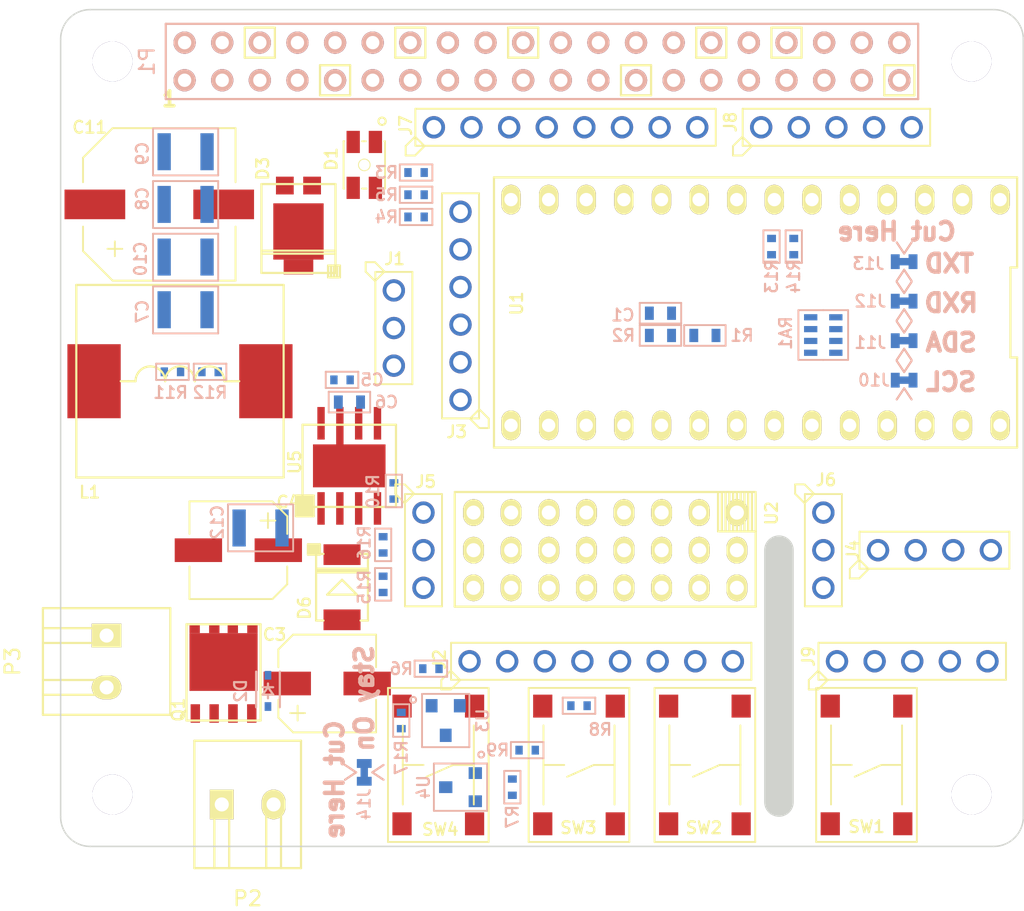
<source format=kicad_pcb>
(kicad_pcb (version 4) (host pcbnew 4.0.2+dfsg1-stable)

  (general
    (links 183)
    (no_connects 182)
    (area 70.63 58.5145 143.521681 120.99)
    (thickness 1.6)
    (drawings 16)
    (tracks 0)
    (zones 0)
    (modules 65)
    (nets 88)
  )

  (page A4)
  (layers
    (0 F.Cu power)
    (1 In1.Cu signal)
    (2 In2.Cu signal)
    (31 B.Cu signal)
    (32 B.Adhes user)
    (33 F.Adhes user)
    (34 B.Paste user)
    (35 F.Paste user)
    (36 B.SilkS user)
    (37 F.SilkS user)
    (38 B.Mask user)
    (39 F.Mask user)
    (40 Dwgs.User user)
    (41 Cmts.User user)
    (42 Eco1.User user)
    (43 Eco2.User user)
    (44 Edge.Cuts user)
    (45 Margin user)
    (46 B.CrtYd user)
    (47 F.CrtYd user)
    (48 B.Fab user)
    (49 F.Fab user)
  )

  (setup
    (last_trace_width 0.25)
    (user_trace_width 0.5)
    (user_trace_width 1)
    (user_trace_width 1.5)
    (user_trace_width 2.3)
    (trace_clearance 0.2)
    (zone_clearance 0.508)
    (zone_45_only no)
    (trace_min 0.13)
    (segment_width 0.2)
    (edge_width 0.2)
    (via_size 0.6)
    (via_drill 0.4)
    (via_min_size 0.465)
    (via_min_drill 0.305)
    (user_via 0.85 0.6)
    (user_via 1.25 1)
    (uvia_size 0.51)
    (uvia_drill 0.13)
    (uvias_allowed no)
    (uvia_min_size 0.18)
    (uvia_min_drill 0.1)
    (pcb_text_width 0.3)
    (pcb_text_size 1.2 1.2)
    (mod_edge_width 0.15)
    (mod_text_size 0.8 0.8)
    (mod_text_width 0.15)
    (pad_size 1.5 1.5)
    (pad_drill 0.6)
    (pad_to_mask_clearance 0)
    (aux_axis_origin 0 0)
    (visible_elements FFFEE77F)
    (pcbplotparams
      (layerselection 0x00030_80000001)
      (usegerberextensions false)
      (excludeedgelayer true)
      (linewidth 0.100000)
      (plotframeref false)
      (viasonmask false)
      (mode 1)
      (useauxorigin false)
      (hpglpennumber 1)
      (hpglpenspeed 20)
      (hpglpendiameter 15)
      (hpglpenoverlay 2)
      (psnegative false)
      (psa4output false)
      (plotreference true)
      (plotvalue true)
      (plotinvisibletext false)
      (padsonsilk false)
      (subtractmaskfromsilk false)
      (outputformat 1)
      (mirror false)
      (drillshape 1)
      (scaleselection 1)
      (outputdirectory ""))
  )

  (net 0 "")
  (net 1 GND)
  (net 2 /VSENSE)
  (net 3 +5V)
  (net 4 +2V5)
  (net 5 +3V3)
  (net 6 /D9)
  (net 7 /D10)
  (net 8 /DOUT)
  (net 9 /DIN)
  (net 10 /SCK/D14)
  (net 11 /D6)
  (net 12 /D13)
  (net 13 /D17)
  (net 14 /SDA)
  (net 15 /SCL)
  (net 16 /RX3)
  (net 17 /TX3)
  (net 18 /R_MOSI)
  (net 19 /R_MISO)
  (net 20 /R_SCK)
  (net 21 /R_25)
  (net 22 /R_CE0)
  (net 23 /R_CE1)
  (net 24 /R_SDA)
  (net 25 /R_SCL)
  (net 26 /R_4)
  (net 27 /R_RXD)
  (net 28 /R_TXD)
  (net 29 /R_17)
  (net 30 /R_18)
  (net 31 /R_27)
  (net 32 /R_22)
  (net 33 /R_23)
  (net 34 /R_24)
  (net 35 /R_ID_SD)
  (net 36 /R_ID_SC)
  (net 37 /R_5)
  (net 38 /R_6)
  (net 39 /R_12)
  (net 40 /R_13)
  (net 41 /R_19)
  (net 42 /R_16)
  (net 43 /Power/PRWON1)
  (net 44 /R_20)
  (net 45 /R_21)
  (net 46 /Power/PWRON2)
  (net 47 /TX1)
  (net 48 /RX1)
  (net 49 /D23)
  (net 50 /D22)
  (net 51 /D3)
  (net 52 /D21)
  (net 53 /D4)
  (net 54 /D20)
  (net 55 /D5)
  (net 56 /D15)
  (net 57 /Power/BAT_IN)
  (net 58 "Net-(D1-Pad2)")
  (net 59 "Net-(D1-Pad3)")
  (net 60 "Net-(D1-Pad4)")
  (net 61 /Power/OFF_NODE)
  (net 62 +BATT)
  (net 63 +5VP)
  (net 64 "Net-(J5-Pad2)")
  (net 65 "Net-(J6-Pad2)")
  (net 66 /Power/ON_NODE)
  (net 67 "Net-(J10-Pad1)")
  (net 68 "Net-(J11-Pad1)")
  (net 69 "Net-(J12-Pad1)")
  (net 70 "Net-(J13-Pad1)")
  (net 71 "Net-(J14-Pad2)")
  (net 72 "Net-(SW1-Pad1)")
  (net 73 "Net-(SW1-Pad4)")
  (net 74 "Net-(SW2-Pad1)")
  (net 75 "Net-(SW2-Pad4)")
  (net 76 "Net-(SW3-Pad1)")
  (net 77 "Net-(SW3-Pad3)")
  (net 78 "Net-(SW4-Pad2)")
  (net 79 "Net-(SW4-Pad4)")
  (net 80 /Power/VR_VI)
  (net 81 /Power/VR_SS)
  (net 82 /Power/VR_BT)
  (net 83 /Power/VR_SW)
  (net 84 /Power/VR_RT)
  (net 85 /Power/VR_FB)
  (net 86 /Power/VR_EN)
  (net 87 "Net-(U1-Pad27)")

  (net_class Default "This is the default net class."
    (clearance 0.2)
    (trace_width 0.25)
    (via_dia 0.6)
    (via_drill 0.4)
    (uvia_dia 0.51)
    (uvia_drill 0.13)
    (add_net +2V5)
    (add_net +3V3)
    (add_net +5V)
    (add_net +5VP)
    (add_net +BATT)
    (add_net /D10)
    (add_net /D13)
    (add_net /D15)
    (add_net /D17)
    (add_net /D20)
    (add_net /D21)
    (add_net /D22)
    (add_net /D23)
    (add_net /D3)
    (add_net /D4)
    (add_net /D5)
    (add_net /D6)
    (add_net /D9)
    (add_net /DIN)
    (add_net /DOUT)
    (add_net /Power/BAT_IN)
    (add_net /Power/OFF_NODE)
    (add_net /Power/ON_NODE)
    (add_net /Power/PRWON1)
    (add_net /Power/PWRON2)
    (add_net /Power/VR_BT)
    (add_net /Power/VR_EN)
    (add_net /Power/VR_FB)
    (add_net /Power/VR_RT)
    (add_net /Power/VR_SS)
    (add_net /Power/VR_SW)
    (add_net /Power/VR_VI)
    (add_net /RX1)
    (add_net /RX3)
    (add_net /R_12)
    (add_net /R_13)
    (add_net /R_16)
    (add_net /R_17)
    (add_net /R_18)
    (add_net /R_19)
    (add_net /R_20)
    (add_net /R_21)
    (add_net /R_22)
    (add_net /R_23)
    (add_net /R_24)
    (add_net /R_25)
    (add_net /R_27)
    (add_net /R_4)
    (add_net /R_5)
    (add_net /R_6)
    (add_net /R_CE0)
    (add_net /R_CE1)
    (add_net /R_ID_SC)
    (add_net /R_ID_SD)
    (add_net /R_MISO)
    (add_net /R_MOSI)
    (add_net /R_RXD)
    (add_net /R_SCK)
    (add_net /R_SCL)
    (add_net /R_SDA)
    (add_net /R_TXD)
    (add_net /SCK/D14)
    (add_net /SCL)
    (add_net /SDA)
    (add_net /TX1)
    (add_net /TX3)
    (add_net /VSENSE)
    (add_net GND)
    (add_net "Net-(D1-Pad2)")
    (add_net "Net-(D1-Pad3)")
    (add_net "Net-(D1-Pad4)")
    (add_net "Net-(J10-Pad1)")
    (add_net "Net-(J11-Pad1)")
    (add_net "Net-(J12-Pad1)")
    (add_net "Net-(J13-Pad1)")
    (add_net "Net-(J14-Pad2)")
    (add_net "Net-(J5-Pad2)")
    (add_net "Net-(J6-Pad2)")
    (add_net "Net-(SW1-Pad1)")
    (add_net "Net-(SW1-Pad4)")
    (add_net "Net-(SW2-Pad1)")
    (add_net "Net-(SW2-Pad4)")
    (add_net "Net-(SW3-Pad1)")
    (add_net "Net-(SW3-Pad3)")
    (add_net "Net-(SW4-Pad2)")
    (add_net "Net-(SW4-Pad4)")
    (add_net "Net-(U1-Pad27)")
  )

  (module Mounting_Holes:MountingHole_2-7mm locked (layer F.Cu) (tedit 59960C72) (tstamp 599620AF)
    (at 78.5 113)
    (descr "Mounting hole, Befestigungsbohrung, 2,7mm, No Annular, Kein Restring,")
    (tags "Mounting hole, Befestigungsbohrung, 2,7mm, No Annular, Kein Restring,")
    (fp_text reference REF** (at 0 -4.0005) (layer F.SilkS) hide
      (effects (font (size 0.8 0.8) (thickness 0.15)))
    )
    (fp_text value MountingHole_2-7mm (at 0.09906 3.59918) (layer F.Fab) hide
      (effects (font (size 0.8 0.8) (thickness 0.15)))
    )
    (fp_circle (center 0 0) (end 2.7 0) (layer Cmts.User) (width 0.381))
    (pad 1 thru_hole circle (at 0 0) (size 2.7 2.7) (drill 2.7) (layers))
  )

  (module Mounting_Holes:MountingHole_2-7mm locked (layer F.Cu) (tedit 59960CA4) (tstamp 599620B2)
    (at 136.5 113)
    (descr "Mounting hole, Befestigungsbohrung, 2,7mm, No Annular, Kein Restring,")
    (tags "Mounting hole, Befestigungsbohrung, 2,7mm, No Annular, Kein Restring,")
    (fp_text reference REF** (at 0 -4.0005) (layer F.SilkS) hide
      (effects (font (size 0.8 0.8) (thickness 0.15)))
    )
    (fp_text value MountingHole_2-7mm (at 0.09906 3.59918) (layer F.Fab) hide
      (effects (font (size 0.8 0.8) (thickness 0.15)))
    )
    (fp_circle (center 0 0) (end 2.7 0) (layer Cmts.User) (width 0.381))
    (pad 1 thru_hole circle (at 0 0) (size 2.7 2.7) (drill 2.7) (layers))
  )

  (module Mounting_Holes:MountingHole_2-7mm locked (layer F.Cu) (tedit 59960CB6) (tstamp 599620B4)
    (at 136.5 63.5)
    (descr "Mounting hole, Befestigungsbohrung, 2,7mm, No Annular, Kein Restring,")
    (tags "Mounting hole, Befestigungsbohrung, 2,7mm, No Annular, Kein Restring,")
    (fp_text reference REF** (at 0 -4.0005) (layer F.SilkS) hide
      (effects (font (size 0.8 0.8) (thickness 0.15)))
    )
    (fp_text value MountingHole_2-7mm (at 0.09906 3.59918) (layer F.Fab) hide
      (effects (font (size 0.8 0.8) (thickness 0.15)))
    )
    (fp_circle (center 0 0) (end 2.7 0) (layer Cmts.User) (width 0.381))
    (pad 1 thru_hole circle (at 0 0) (size 2.7 2.7) (drill 2.7) (layers))
  )

  (module Mounting_Holes:MountingHole_2-7mm locked (layer F.Cu) (tedit 59960CC9) (tstamp 599620B6)
    (at 78.5 63.5)
    (descr "Mounting hole, Befestigungsbohrung, 2,7mm, No Annular, Kein Restring,")
    (tags "Mounting hole, Befestigungsbohrung, 2,7mm, No Annular, Kein Restring,")
    (fp_text reference REF** (at 0 -4.0005) (layer F.SilkS) hide
      (effects (font (size 0.8 0.8) (thickness 0.15)))
    )
    (fp_text value MountingHole_2-7mm (at 0.09906 3.59918) (layer F.Fab) hide
      (effects (font (size 0.8 0.8) (thickness 0.15)))
    )
    (fp_circle (center 0 0) (end 2.7 0) (layer Cmts.User) (width 0.381))
    (pad 1 thru_hole circle (at 0 0) (size 2.7 2.7) (drill 2.7) (layers))
  )

  (module teensy:TEENSY_3 (layer F.Cu) (tedit 5996833E) (tstamp 59965D3A)
    (at 121.92 80.448 180)
    (path /59946F06)
    (fp_text reference U1 (at 16.129 0.6096 270) (layer F.SilkS)
      (effects (font (size 0.8 0.8) (thickness 0.15)))
    )
    (fp_text value ED3052-5-ND (at 0 0 180) (layer F.Fab)
      (effects (font (size 0.8 0.8) (thickness 0.15)))
    )
    (fp_line (start -17.66 9.119999) (end 17.66 9.12) (layer F.SilkS) (width 0.15))
    (fp_line (start 17.66 9.12) (end 17.66 -9.119999) (layer F.SilkS) (width 0.15))
    (fp_line (start 17.66 -9.119999) (end -17.66 -9.12) (layer F.SilkS) (width 0.15))
    (fp_line (start -17.66 -9.12) (end -17.66 -3.04) (layer F.SilkS) (width 0.15))
    (fp_line (start -17.66 -3.04) (end -17.21 -3.04) (layer F.SilkS) (width 0.15))
    (fp_line (start -17.21 -3.04) (end -17.21 3.039999) (layer F.SilkS) (width 0.15))
    (fp_line (start -17.21 3.039999) (end -17.66 3.039999) (layer F.SilkS) (width 0.15))
    (fp_line (start -17.66 3.039999) (end -17.66 9.119999) (layer F.SilkS) (width 0.15))
    (pad 28 thru_hole oval (at -16.51 -7.62 180) (size 1.3 2) (drill 0.9) (layers *.Cu *.Mask F.SilkS)
      (net 3 +5V))
    (pad 1 thru_hole oval (at -16.51 7.62 180) (size 1.3 2) (drill 0.9) (layers *.Cu *.Mask F.SilkS)
      (net 1 GND))
    (pad 27 thru_hole oval (at -13.97 -7.62 180) (size 1.3 2) (drill 0.9) (layers *.Cu *.Mask F.SilkS)
      (net 87 "Net-(U1-Pad27)"))
    (pad 2 thru_hole oval (at -13.97 7.62 180) (size 1.3 2) (drill 0.9) (layers *.Cu *.Mask F.SilkS)
      (net 48 /RX1))
    (pad 26 thru_hole oval (at -11.43 -7.62 180) (size 1.3 2) (drill 0.9) (layers *.Cu *.Mask F.SilkS)
      (net 5 +3V3))
    (pad 3 thru_hole oval (at -11.43 7.62 180) (size 1.3 2) (drill 0.9) (layers *.Cu *.Mask F.SilkS)
      (net 47 /TX1))
    (pad 25 thru_hole oval (at -8.89 -7.62 180) (size 1.3 2) (drill 0.9) (layers *.Cu *.Mask F.SilkS)
      (net 49 /D23))
    (pad 4 thru_hole oval (at -8.89 7.62 180) (size 1.3 2) (drill 0.9) (layers *.Cu *.Mask F.SilkS)
      (net 46 /Power/PWRON2))
    (pad 24 thru_hole oval (at -6.35 -7.62 180) (size 1.3 2) (drill 0.9) (layers *.Cu *.Mask F.SilkS)
      (net 50 /D22))
    (pad 5 thru_hole oval (at -6.35 7.62 180) (size 1.3 2) (drill 0.9) (layers *.Cu *.Mask F.SilkS)
      (net 51 /D3))
    (pad 23 thru_hole oval (at -3.81 -7.62 180) (size 1.3 2) (drill 0.9) (layers *.Cu *.Mask F.SilkS)
      (net 52 /D21))
    (pad 6 thru_hole oval (at -3.81 7.62 180) (size 1.3 2) (drill 0.9) (layers *.Cu *.Mask F.SilkS)
      (net 53 /D4))
    (pad 22 thru_hole oval (at -1.27 -7.62 180) (size 1.3 2) (drill 0.9) (layers *.Cu *.Mask F.SilkS)
      (net 54 /D20))
    (pad 7 thru_hole oval (at -1.27 7.62 180) (size 1.3 2) (drill 0.9) (layers *.Cu *.Mask F.SilkS)
      (net 55 /D5))
    (pad 21 thru_hole oval (at 1.27 -7.62 180) (size 1.3 2) (drill 0.9) (layers *.Cu *.Mask F.SilkS)
      (net 15 /SCL))
    (pad 8 thru_hole oval (at 1.27 7.62 180) (size 1.3 2) (drill 0.9) (layers *.Cu *.Mask F.SilkS)
      (net 11 /D6))
    (pad 20 thru_hole oval (at 3.81 -7.62 180) (size 1.3 2) (drill 0.9) (layers *.Cu *.Mask F.SilkS)
      (net 14 /SDA))
    (pad 9 thru_hole oval (at 3.81 7.62 180) (size 1.3 2) (drill 0.9) (layers *.Cu *.Mask F.SilkS)
      (net 16 /RX3))
    (pad 19 thru_hole oval (at 6.35 -7.62 180) (size 1.3 2) (drill 0.9) (layers *.Cu *.Mask F.SilkS)
      (net 13 /D17))
    (pad 10 thru_hole oval (at 6.35 7.62 180) (size 1.3 2) (drill 0.9) (layers *.Cu *.Mask F.SilkS)
      (net 17 /TX3))
    (pad 18 thru_hole oval (at 8.89 -7.62 180) (size 1.3 2) (drill 0.9) (layers *.Cu *.Mask F.SilkS)
      (net 2 /VSENSE))
    (pad 11 thru_hole oval (at 8.89 7.62 180) (size 1.3 2) (drill 0.9) (layers *.Cu *.Mask F.SilkS)
      (net 6 /D9))
    (pad 17 thru_hole oval (at 11.43 -7.62 180) (size 1.3 2) (drill 0.9) (layers *.Cu *.Mask F.SilkS)
      (net 56 /D15))
    (pad 12 thru_hole oval (at 11.43 7.62 180) (size 1.3 2) (drill 0.9) (layers *.Cu *.Mask F.SilkS)
      (net 7 /D10))
    (pad 16 thru_hole oval (at 13.97 -7.62 180) (size 1.3 2) (drill 0.9) (layers *.Cu *.Mask F.SilkS)
      (net 10 /SCK/D14))
    (pad 13 thru_hole oval (at 13.97 7.62 180) (size 1.3 2) (drill 0.9) (layers *.Cu *.Mask F.SilkS)
      (net 8 /DOUT))
    (pad 15 thru_hole oval (at 16.51 -7.62 180) (size 1.3 2) (drill 0.9) (layers *.Cu *.Mask F.SilkS)
      (net 12 /D13))
    (pad 14 thru_hole oval (at 16.51 7.62 180) (size 1.3 2) (drill 0.9) (layers *.Cu *.Mask F.SilkS)
      (net 9 /DIN))
  )

  (module MF_Passives:MF_Passives-C0603 (layer B.Cu) (tedit 59971F89) (tstamp 59967CCB)
    (at 115.5 80.5 180)
    (descr "DESCRIPTION: STANDARD 0603 PACKAGE FOR CAPACITORS")
    (tags "DESCRIPTION: STANDARD 0603 PACKAGE FOR CAPACITORS")
    (path /5994A4DA)
    (solder_mask_margin 0.1016)
    (clearance 0.1016)
    (attr smd)
    (fp_text reference C1 (at 2.54 -0.127 180) (layer B.SilkS)
      (effects (font (size 0.8 0.8) (thickness 0.15)) (justify mirror))
    )
    (fp_text value MF-CAP-0603-0.1UF (at 1.13792 3.13182 180) (layer B.Fab)
      (effects (font (size 0.8 0.8) (thickness 0.15)) (justify mirror))
    )
    (fp_line (start -1.39954 0.6985) (end -1.39954 -0.6985) (layer B.SilkS) (width 0.127))
    (fp_line (start -1.39954 -0.6985) (end 1.39954 -0.6985) (layer B.SilkS) (width 0.127))
    (fp_line (start 1.39954 -0.6985) (end 1.39954 0.6985) (layer B.SilkS) (width 0.127))
    (fp_line (start 1.39954 0.6985) (end -1.39954 0.6985) (layer B.SilkS) (width 0.127))
    (pad 1 smd rect (at -0.7493 0) (size 0.59944 0.89916) (layers B.Cu B.Paste B.Mask)
      (net 2 /VSENSE))
    (pad 2 smd rect (at 0.7493 0) (size 0.59944 0.89916) (layers B.Cu B.Paste B.Mask)
      (net 1 GND))
  )

  (module MF_Passives:MF_Passives-CP6.3MM (layer F.Cu) (tedit 59971DEA) (tstamp 59967CDB)
    (at 93 105.5 270)
    (descr "DESCRIPTION: 6.3MM ROUND PACKAGE FOR ELECTROLYTIC CAPACITORS. BASED ON PANASONIC ELECTROLYTIC CAPACITORS.")
    (tags "DESCRIPTION: 6.3MM ROUND PACKAGE FOR ELECTROLYTIC CAPACITORS. BASED ON PANASONIC ELECTROLYTIC CAPACITORS.")
    (path /5994CC4C/59951853)
    (attr smd)
    (fp_text reference C3 (at -3.302 3.556 360) (layer F.SilkS)
      (effects (font (size 0.8 0.8) (thickness 0.15)))
    )
    (fp_text value MF-CAP-6.3MM-100uF (at -0.75946 -7.03072 270) (layer F.Fab)
      (effects (font (size 0.8 0.8) (thickness 0.15)))
    )
    (fp_line (start 1.09982 -3.29946) (end 3.29946 -3.29946) (layer F.SilkS) (width 0.127))
    (fp_line (start 3.29946 -3.29946) (end 3.29946 2.2987) (layer F.SilkS) (width 0.127))
    (fp_line (start 3.29946 2.2987) (end 2.2987 3.29946) (layer F.SilkS) (width 0.127))
    (fp_line (start 2.2987 3.29946) (end 1.09982 3.29946) (layer F.SilkS) (width 0.127))
    (fp_line (start -1.09982 -3.29946) (end -3.29946 -3.29946) (layer F.SilkS) (width 0.127))
    (fp_line (start -3.29946 -3.29946) (end -3.29946 2.2987) (layer F.SilkS) (width 0.127))
    (fp_line (start -3.29946 2.2987) (end -2.2987 3.29946) (layer F.SilkS) (width 0.127))
    (fp_line (start -2.2987 3.29946) (end -1.09982 3.29946) (layer F.SilkS) (width 0.127))
    (fp_line (start 1.99898 1.4986) (end 1.99898 2.49936) (layer F.SilkS) (width 0.127))
    (fp_line (start 1.4986 1.99898) (end 2.49936 1.99898) (layer F.SilkS) (width 0.127))
    (pad 1 smd rect (at 0 2.69748) (size 3.19786 1.59766) (layers F.Cu F.Paste F.Mask)
      (net 57 /Power/BAT_IN))
    (pad 2 smd rect (at 0 -2.69748) (size 3.19786 1.59766) (layers F.Cu F.Paste F.Mask)
      (net 1 GND))
  )

  (module MF_Passives:MF_Passives-CP6.3MM (layer F.Cu) (tedit 59972B66) (tstamp 59967CEB)
    (at 87 96.5 90)
    (descr "DESCRIPTION: 6.3MM ROUND PACKAGE FOR ELECTROLYTIC CAPACITORS. BASED ON PANASONIC ELECTROLYTIC CAPACITORS.")
    (tags "DESCRIPTION: 6.3MM ROUND PACKAGE FOR ELECTROLYTIC CAPACITORS. BASED ON PANASONIC ELECTROLYTIC CAPACITORS.")
    (path /5994CC4C/59951AAD)
    (attr smd)
    (fp_text reference C4 (at 3.251 3.369 180) (layer F.SilkS)
      (effects (font (size 0.8 0.8) (thickness 0.15)))
    )
    (fp_text value MF-CAP-6.3MM-100uF (at -0.75946 -7.03072 90) (layer F.Fab)
      (effects (font (size 0.8 0.8) (thickness 0.15)))
    )
    (fp_line (start 1.09982 -3.29946) (end 3.29946 -3.29946) (layer F.SilkS) (width 0.127))
    (fp_line (start 3.29946 -3.29946) (end 3.29946 2.2987) (layer F.SilkS) (width 0.127))
    (fp_line (start 3.29946 2.2987) (end 2.2987 3.29946) (layer F.SilkS) (width 0.127))
    (fp_line (start 2.2987 3.29946) (end 1.09982 3.29946) (layer F.SilkS) (width 0.127))
    (fp_line (start -1.09982 -3.29946) (end -3.29946 -3.29946) (layer F.SilkS) (width 0.127))
    (fp_line (start -3.29946 -3.29946) (end -3.29946 2.2987) (layer F.SilkS) (width 0.127))
    (fp_line (start -3.29946 2.2987) (end -2.2987 3.29946) (layer F.SilkS) (width 0.127))
    (fp_line (start -2.2987 3.29946) (end -1.09982 3.29946) (layer F.SilkS) (width 0.127))
    (fp_line (start 1.99898 1.4986) (end 1.99898 2.49936) (layer F.SilkS) (width 0.127))
    (fp_line (start 1.4986 1.99898) (end 2.49936 1.99898) (layer F.SilkS) (width 0.127))
    (pad 1 smd rect (at 0 2.69748 180) (size 3.19786 1.59766) (layers F.Cu F.Paste F.Mask)
      (net 80 /Power/VR_VI))
    (pad 2 smd rect (at 0 -2.69748 180) (size 3.19786 1.59766) (layers F.Cu F.Paste F.Mask)
      (net 1 GND))
  )

  (module MF_Passives:MF_Passives-C0402 (layer B.Cu) (tedit 59971F9C) (tstamp 59967CF5)
    (at 94 85 180)
    (descr "DESCRIPTION: STANDARD 0402 PACKAGE FOR CAPACITORS")
    (tags "DESCRIPTION: STANDARD 0402 PACKAGE FOR CAPACITORS")
    (path /5994CC4C/59953463)
    (solder_mask_margin 0.1016)
    (clearance 0.1016)
    (attr smd)
    (fp_text reference C5 (at -2.032 0 180) (layer B.SilkS)
      (effects (font (size 0.8 0.8) (thickness 0.15)) (justify mirror))
    )
    (fp_text value MF-CAP-0402-0.01uF (at 1.43764 3.13182 180) (layer B.Fab)
      (effects (font (size 0.8 0.8) (thickness 0.15)) (justify mirror))
    )
    (fp_line (start -1.09982 0.54864) (end -1.09982 -0.54864) (layer B.SilkS) (width 0.127))
    (fp_line (start -1.09982 -0.54864) (end 1.09982 -0.54864) (layer B.SilkS) (width 0.127))
    (fp_line (start 1.09982 -0.54864) (end 1.09982 0.54864) (layer B.SilkS) (width 0.127))
    (fp_line (start 1.09982 0.54864) (end -1.09982 0.54864) (layer B.SilkS) (width 0.127))
    (pad 1 smd rect (at -0.54864 0) (size 0.49784 0.59944) (layers B.Cu B.Paste B.Mask)
      (net 81 /Power/VR_SS))
    (pad 2 smd rect (at 0.54864 0) (size 0.49784 0.59944) (layers B.Cu B.Paste B.Mask)
      (net 1 GND))
  )

  (module MF_Passives:MF_Passives-C0603 (layer B.Cu) (tedit 59972C9B) (tstamp 59967CFF)
    (at 94.5 86.5 180)
    (descr "DESCRIPTION: STANDARD 0603 PACKAGE FOR CAPACITORS")
    (tags "DESCRIPTION: STANDARD 0603 PACKAGE FOR CAPACITORS")
    (path /5994CC4C/59951D4E)
    (solder_mask_margin 0.1016)
    (clearance 0.1016)
    (attr smd)
    (fp_text reference C6 (at -2.5 0 180) (layer B.SilkS)
      (effects (font (size 0.8 0.8) (thickness 0.15)) (justify mirror))
    )
    (fp_text value MF-CAP-0603-0.1UF (at 1.13792 3.13182 180) (layer B.Fab)
      (effects (font (size 0.8 0.8) (thickness 0.15)) (justify mirror))
    )
    (fp_line (start -1.39954 0.6985) (end -1.39954 -0.6985) (layer B.SilkS) (width 0.127))
    (fp_line (start -1.39954 -0.6985) (end 1.39954 -0.6985) (layer B.SilkS) (width 0.127))
    (fp_line (start 1.39954 -0.6985) (end 1.39954 0.6985) (layer B.SilkS) (width 0.127))
    (fp_line (start 1.39954 0.6985) (end -1.39954 0.6985) (layer B.SilkS) (width 0.127))
    (pad 1 smd rect (at -0.7493 0) (size 0.59944 0.89916) (layers B.Cu B.Paste B.Mask)
      (net 82 /Power/VR_BT))
    (pad 2 smd rect (at 0.7493 0) (size 0.59944 0.89916) (layers B.Cu B.Paste B.Mask)
      (net 83 /Power/VR_SW))
  )

  (module MF_Passives:MF_Passives-C1210 (layer B.Cu) (tedit 59971D56) (tstamp 59967D09)
    (at 83.439 80.264)
    (descr "DESCRIPTION: STANDARD 1210 PACKAGE FOR CAPACITORS")
    (tags "DESCRIPTION: STANDARD 1210 PACKAGE FOR CAPACITORS")
    (path /5994CC4C/59953C19)
    (solder_mask_margin 0.127)
    (clearance 0.127)
    (attr smd)
    (fp_text reference C7 (at -2.921 0.127 90) (layer B.SilkS)
      (effects (font (size 0.8 0.8) (thickness 0.15)) (justify mirror))
    )
    (fp_text value 311-2054-1-ND (at 0.33782 3.83032) (layer B.Fab)
      (effects (font (size 0.8 0.8) (thickness 0.15)) (justify mirror))
    )
    (fp_line (start -2.19964 1.59766) (end -2.19964 -1.5748) (layer B.SilkS) (width 0.127))
    (fp_line (start -2.19964 -1.5748) (end 2.19964 -1.5748) (layer B.SilkS) (width 0.127))
    (fp_line (start 2.19964 -1.5748) (end 2.19964 1.59766) (layer B.SilkS) (width 0.127))
    (fp_line (start 2.19964 1.59766) (end -2.19964 1.59766) (layer B.SilkS) (width 0.127))
    (pad 1 smd rect (at -1.4478 0 180) (size 0.89916 2.49936) (layers B.Cu B.Paste B.Mask)
      (net 3 +5V))
    (pad 2 smd rect (at 1.4478 0 180) (size 0.89916 2.49936) (layers B.Cu B.Paste B.Mask)
      (net 1 GND))
  )

  (module MF_Passives:MF_Passives-C1210 (layer B.Cu) (tedit 59971D7E) (tstamp 59967D13)
    (at 83.439 73.152)
    (descr "DESCRIPTION: STANDARD 1210 PACKAGE FOR CAPACITORS")
    (tags "DESCRIPTION: STANDARD 1210 PACKAGE FOR CAPACITORS")
    (path /5994CC4C/59953C80)
    (solder_mask_margin 0.127)
    (clearance 0.127)
    (attr smd)
    (fp_text reference C8 (at -2.921 -0.381 90) (layer B.SilkS)
      (effects (font (size 0.8 0.8) (thickness 0.15)) (justify mirror))
    )
    (fp_text value 311-2054-1-ND (at 0.33782 3.83032) (layer B.Fab)
      (effects (font (size 0.8 0.8) (thickness 0.15)) (justify mirror))
    )
    (fp_line (start -2.19964 1.59766) (end -2.19964 -1.5748) (layer B.SilkS) (width 0.127))
    (fp_line (start -2.19964 -1.5748) (end 2.19964 -1.5748) (layer B.SilkS) (width 0.127))
    (fp_line (start 2.19964 -1.5748) (end 2.19964 1.59766) (layer B.SilkS) (width 0.127))
    (fp_line (start 2.19964 1.59766) (end -2.19964 1.59766) (layer B.SilkS) (width 0.127))
    (pad 1 smd rect (at -1.4478 0 180) (size 0.89916 2.49936) (layers B.Cu B.Paste B.Mask)
      (net 3 +5V))
    (pad 2 smd rect (at 1.4478 0 180) (size 0.89916 2.49936) (layers B.Cu B.Paste B.Mask)
      (net 1 GND))
  )

  (module MF_Passives:MF_Passives-C1210 (layer B.Cu) (tedit 59971D70) (tstamp 59967D1D)
    (at 83.439 69.596)
    (descr "DESCRIPTION: STANDARD 1210 PACKAGE FOR CAPACITORS")
    (tags "DESCRIPTION: STANDARD 1210 PACKAGE FOR CAPACITORS")
    (path /5994CC4C/59953CFB)
    (solder_mask_margin 0.127)
    (clearance 0.127)
    (attr smd)
    (fp_text reference C9 (at -2.921 0.127 90) (layer B.SilkS)
      (effects (font (size 0.8 0.8) (thickness 0.15)) (justify mirror))
    )
    (fp_text value 311-2054-1-ND (at 0.33782 3.83032) (layer B.Fab)
      (effects (font (size 0.8 0.8) (thickness 0.15)) (justify mirror))
    )
    (fp_line (start -2.19964 1.59766) (end -2.19964 -1.5748) (layer B.SilkS) (width 0.127))
    (fp_line (start -2.19964 -1.5748) (end 2.19964 -1.5748) (layer B.SilkS) (width 0.127))
    (fp_line (start 2.19964 -1.5748) (end 2.19964 1.59766) (layer B.SilkS) (width 0.127))
    (fp_line (start 2.19964 1.59766) (end -2.19964 1.59766) (layer B.SilkS) (width 0.127))
    (pad 1 smd rect (at -1.4478 0 180) (size 0.89916 2.49936) (layers B.Cu B.Paste B.Mask)
      (net 3 +5V))
    (pad 2 smd rect (at 1.4478 0 180) (size 0.89916 2.49936) (layers B.Cu B.Paste B.Mask)
      (net 1 GND))
  )

  (module MF_Passives:MF_Passives-C1210 (layer B.Cu) (tedit 59971D5E) (tstamp 59967D27)
    (at 83.439 76.708)
    (descr "DESCRIPTION: STANDARD 1210 PACKAGE FOR CAPACITORS")
    (tags "DESCRIPTION: STANDARD 1210 PACKAGE FOR CAPACITORS")
    (path /5994CC4C/59953D7D)
    (solder_mask_margin 0.127)
    (clearance 0.127)
    (attr smd)
    (fp_text reference C10 (at -3.048 0.127 90) (layer B.SilkS)
      (effects (font (size 0.8 0.8) (thickness 0.15)) (justify mirror))
    )
    (fp_text value 311-2054-1-ND (at 0.33782 3.83032) (layer B.Fab)
      (effects (font (size 0.8 0.8) (thickness 0.15)) (justify mirror))
    )
    (fp_line (start -2.19964 1.59766) (end -2.19964 -1.5748) (layer B.SilkS) (width 0.127))
    (fp_line (start -2.19964 -1.5748) (end 2.19964 -1.5748) (layer B.SilkS) (width 0.127))
    (fp_line (start 2.19964 -1.5748) (end 2.19964 1.59766) (layer B.SilkS) (width 0.127))
    (fp_line (start 2.19964 1.59766) (end -2.19964 1.59766) (layer B.SilkS) (width 0.127))
    (pad 1 smd rect (at -1.4478 0 180) (size 0.89916 2.49936) (layers B.Cu B.Paste B.Mask)
      (net 3 +5V))
    (pad 2 smd rect (at 1.4478 0 180) (size 0.89916 2.49936) (layers B.Cu B.Paste B.Mask)
      (net 1 GND))
  )

  (module MF_Passives:MF_Passives-CP10MM (layer F.Cu) (tedit 59971DE1) (tstamp 59967D37)
    (at 81.661 73.152 270)
    (descr "DESCRIPTION: 10MM ROUND PACKAGE FOR ELECTROLYTIC CAPACITORS. BASED ON PANASONIC ELECTROLYTIC CAPACITORS.")
    (tags "DESCRIPTION: 10MM ROUND PACKAGE FOR ELECTROLYTIC CAPACITORS. BASED ON PANASONIC ELECTROLYTIC CAPACITORS.")
    (path /5994CC4C/59953A89)
    (attr smd)
    (fp_text reference C11 (at -5.207 4.699 360) (layer F.SilkS)
      (effects (font (size 0.8 0.8) (thickness 0.15)))
    )
    (fp_text value MF-CAP-10MM-470uF (at -2.60858 -9.53008 270) (layer F.Fab)
      (effects (font (size 0.8 0.8) (thickness 0.15)))
    )
    (fp_line (start -1.4986 -5.14858) (end -5.14858 -5.14858) (layer F.SilkS) (width 0.127))
    (fp_line (start -5.14858 -5.14858) (end -5.14858 3.1496) (layer F.SilkS) (width 0.127))
    (fp_line (start -5.14858 3.1496) (end -3.1496 5.14858) (layer F.SilkS) (width 0.127))
    (fp_line (start -3.1496 5.14858) (end -1.4986 5.14858) (layer F.SilkS) (width 0.127))
    (fp_line (start 1.4986 -5.14858) (end 5.14858 -5.14858) (layer F.SilkS) (width 0.127))
    (fp_line (start 5.14858 -5.14858) (end 5.14858 3.1496) (layer F.SilkS) (width 0.127))
    (fp_line (start 5.14858 3.1496) (end 3.1496 5.14858) (layer F.SilkS) (width 0.127))
    (fp_line (start 3.1496 5.14858) (end 1.4986 5.14858) (layer F.SilkS) (width 0.127))
    (fp_line (start 2.99974 2.49936) (end 2.99974 3.49758) (layer F.SilkS) (width 0.127))
    (fp_line (start 2.49936 2.99974) (end 3.49758 2.99974) (layer F.SilkS) (width 0.127))
    (pad 1 smd rect (at 0 4.34848) (size 4.09956 1.99898) (layers F.Cu F.Paste F.Mask)
      (net 3 +5V))
    (pad 2 smd rect (at 0 -4.34848) (size 4.09956 1.99898) (layers F.Cu F.Paste F.Mask)
      (net 1 GND))
  )

  (module MF_Passives:MF_Passives-C1210 (layer B.Cu) (tedit 59971D89) (tstamp 59967D41)
    (at 88.5 95 180)
    (descr "DESCRIPTION: STANDARD 1210 PACKAGE FOR CAPACITORS")
    (tags "DESCRIPTION: STANDARD 1210 PACKAGE FOR CAPACITORS")
    (path /5994CC4C/5995EA8D)
    (solder_mask_margin 0.127)
    (clearance 0.127)
    (attr smd)
    (fp_text reference C12 (at 2.921 0.381 270) (layer B.SilkS)
      (effects (font (size 0.8 0.8) (thickness 0.15)) (justify mirror))
    )
    (fp_text value 311-2054-1-ND (at 0.33782 3.83032 180) (layer B.Fab)
      (effects (font (size 0.8 0.8) (thickness 0.15)) (justify mirror))
    )
    (fp_line (start -2.19964 1.59766) (end -2.19964 -1.5748) (layer B.SilkS) (width 0.127))
    (fp_line (start -2.19964 -1.5748) (end 2.19964 -1.5748) (layer B.SilkS) (width 0.127))
    (fp_line (start 2.19964 -1.5748) (end 2.19964 1.59766) (layer B.SilkS) (width 0.127))
    (fp_line (start 2.19964 1.59766) (end -2.19964 1.59766) (layer B.SilkS) (width 0.127))
    (pad 1 smd rect (at -1.4478 0) (size 0.89916 2.49936) (layers B.Cu B.Paste B.Mask)
      (net 80 /Power/VR_VI))
    (pad 2 smd rect (at 1.4478 0) (size 0.89916 2.49936) (layers B.Cu B.Paste B.Mask)
      (net 1 GND))
  )

  (module MF_LEDs:MF_LEDs-PLCC4 (layer F.Cu) (tedit 59971E3D) (tstamp 59967D6A)
    (at 95.504 70.485 270)
    (descr "DESCRIPTION: FOOTPRINT FOR LEDS IN PLCC4 STANDAR21")
    (tags "DESCRIPTION: FOOTPRINT FOR LEDS IN PLCC4 STANDAR21")
    (path /5994CC9F)
    (solder_mask_margin 0.1016)
    (clearance 0.1016)
    (attr smd)
    (fp_text reference D1 (at -0.39624 2.2352 450) (layer F.SilkS)
      (effects (font (size 0.8 0.8) (thickness 0.15)))
    )
    (fp_text value MF-LED-3228-RGB (at 0.9398 -3.73126 270) (layer F.Fab)
      (effects (font (size 0.8 0.8) (thickness 0.15)))
    )
    (fp_line (start -1.59766 -1.39954) (end 1.59766 -1.39954) (layer F.SilkS) (width 0.127))
    (fp_line (start 1.59766 1.39954) (end -1.59766 1.39954) (layer F.SilkS) (width 0.127))
    (fp_line (start -1.59766 0.14986) (end -1.59766 -0.09906) (layer F.SilkS) (width 0.127))
    (fp_line (start 1.59766 0.14986) (end 1.59766 -0.14986) (layer F.SilkS) (width 0.127))
    (fp_line (start 1.59766 1.39954) (end 1.59766 1.34874) (layer F.SilkS) (width 0.127))
    (fp_line (start 1.59766 -1.39954) (end 1.59766 -1.34874) (layer F.SilkS) (width 0.127))
    (fp_line (start -1.59766 1.39954) (end -1.59766 1.34874) (layer F.SilkS) (width 0.127))
    (fp_line (start -1.59766 -1.39954) (end -1.59766 -1.34874) (layer F.SilkS) (width 0.127))
    (fp_line (start -3.19786 -1.1938) (end -3.19024 -1.1303) (layer F.SilkS) (width 0.127))
    (fp_line (start -3.19024 -1.1303) (end -3.16484 -1.07188) (layer F.SilkS) (width 0.127))
    (fp_line (start -3.16484 -1.07188) (end -3.12674 -1.02108) (layer F.SilkS) (width 0.127))
    (fp_line (start -3.12674 -1.02108) (end -3.07594 -0.98044) (layer F.SilkS) (width 0.127))
    (fp_line (start -3.07594 -0.98044) (end -3.01752 -0.95758) (layer F.SilkS) (width 0.127))
    (fp_line (start -3.01752 -0.95758) (end -2.95148 -0.94996) (layer F.SilkS) (width 0.127))
    (fp_line (start -2.95148 -0.94996) (end -2.88798 -0.95758) (layer F.SilkS) (width 0.127))
    (fp_line (start -2.88798 -0.95758) (end -2.82448 -0.98298) (layer F.SilkS) (width 0.127))
    (fp_line (start -2.82448 -0.98298) (end -2.77368 -1.02362) (layer F.SilkS) (width 0.127))
    (fp_line (start -2.77368 -1.02362) (end -2.73304 -1.07696) (layer F.SilkS) (width 0.127))
    (fp_line (start -2.73304 -1.07696) (end -2.70764 -1.13792) (layer F.SilkS) (width 0.127))
    (fp_line (start -2.70764 -1.13792) (end -2.69748 -1.20396) (layer F.SilkS) (width 0.127))
    (fp_line (start -2.69748 -1.20396) (end -2.70764 -1.26746) (layer F.SilkS) (width 0.127))
    (fp_line (start -2.70764 -1.26746) (end -2.7305 -1.32588) (layer F.SilkS) (width 0.127))
    (fp_line (start -2.7305 -1.32588) (end -2.77114 -1.37668) (layer F.SilkS) (width 0.127))
    (fp_line (start -2.77114 -1.37668) (end -2.82194 -1.41478) (layer F.SilkS) (width 0.127))
    (fp_line (start -2.82194 -1.41478) (end -2.88036 -1.44018) (layer F.SilkS) (width 0.127))
    (fp_line (start -2.88036 -1.44018) (end -2.94386 -1.4478) (layer F.SilkS) (width 0.127))
    (fp_line (start -2.94386 -1.4478) (end -3.0099 -1.44018) (layer F.SilkS) (width 0.127))
    (fp_line (start -3.0099 -1.44018) (end -3.07086 -1.41478) (layer F.SilkS) (width 0.127))
    (fp_line (start -3.07086 -1.41478) (end -3.1242 -1.37414) (layer F.SilkS) (width 0.127))
    (fp_line (start -3.1242 -1.37414) (end -3.16484 -1.3208) (layer F.SilkS) (width 0.127))
    (fp_line (start -3.16484 -1.3208) (end -3.19024 -1.25984) (layer F.SilkS) (width 0.127))
    (fp_line (start -3.19024 -1.25984) (end -3.19786 -1.1938) (layer F.SilkS) (width 0.127))
    (fp_circle (center 0 0) (end -0.2794 0.2794) (layer F.SilkS) (width 0.0635))
    (pad 1 smd rect (at -1.5494 -0.7493) (size 0.89916 1.4986) (layers F.Cu F.Paste F.Mask)
      (net 4 +2V5))
    (pad 2 smd rect (at -1.5494 0.7493) (size 0.89916 1.4986) (layers F.Cu F.Paste F.Mask)
      (net 58 "Net-(D1-Pad2)"))
    (pad 3 smd rect (at 1.5494 0.7493) (size 0.89916 1.4986) (layers F.Cu F.Paste F.Mask)
      (net 59 "Net-(D1-Pad3)"))
    (pad 4 smd rect (at 1.5494 -0.7493) (size 0.89916 1.4986) (layers F.Cu F.Paste F.Mask)
      (net 60 "Net-(D1-Pad4)"))
  )

  (module Diodes_SMD:SOD-323 (layer B.Cu) (tedit 5530FC5E) (tstamp 59967D7C)
    (at 89 106 270)
    (descr SOD-323)
    (tags SOD-323)
    (path /5994CC4C/5996F381)
    (attr smd)
    (fp_text reference D2 (at 0 1.85 270) (layer B.SilkS)
      (effects (font (size 0.8 0.8) (thickness 0.15)) (justify mirror))
    )
    (fp_text value MM3Z15VT1GOSCT-ND (at 0.1 -1.9 270) (layer B.Fab)
      (effects (font (size 0.8 0.8) (thickness 0.15)) (justify mirror))
    )
    (fp_line (start 0.25 0) (end 0.5 0) (layer B.SilkS) (width 0.15))
    (fp_line (start -0.25 0) (end -0.5 0) (layer B.SilkS) (width 0.15))
    (fp_line (start -0.25 0) (end 0.25 0.35) (layer B.SilkS) (width 0.15))
    (fp_line (start 0.25 0.35) (end 0.25 -0.35) (layer B.SilkS) (width 0.15))
    (fp_line (start 0.25 -0.35) (end -0.25 0) (layer B.SilkS) (width 0.15))
    (fp_line (start -0.25 0.35) (end -0.25 -0.35) (layer B.SilkS) (width 0.15))
    (fp_line (start -1.5 0.95) (end 1.5 0.95) (layer B.CrtYd) (width 0.05))
    (fp_line (start 1.5 0.95) (end 1.5 -0.95) (layer B.CrtYd) (width 0.05))
    (fp_line (start -1.5 -0.95) (end 1.5 -0.95) (layer B.CrtYd) (width 0.05))
    (fp_line (start -1.5 0.95) (end -1.5 -0.95) (layer B.CrtYd) (width 0.05))
    (fp_line (start -1.3 -0.8) (end 1.1 -0.8) (layer B.SilkS) (width 0.15))
    (fp_line (start -1.3 0.8) (end 1.1 0.8) (layer B.SilkS) (width 0.15))
    (pad 1 smd rect (at -1.055 0 270) (size 0.59 0.45) (layers B.Cu B.Paste B.Mask)
      (net 57 /Power/BAT_IN))
    (pad 2 smd rect (at 1.055 0 270) (size 0.59 0.45) (layers B.Cu B.Paste B.Mask)
      (net 61 /Power/OFF_NODE))
  )

  (module teensy:TO-277B (layer F.Cu) (tedit 59971E32) (tstamp 59967D92)
    (at 91.059 73.279 180)
    (path /5994CC4C/59951C74)
    (attr smd)
    (fp_text reference D3 (at 2.413 2.54 270) (layer F.SilkS)
      (effects (font (size 0.8 0.8) (thickness 0.15)))
    )
    (fp_text value 1655-1752-1-ND (at 0 -5.8 180) (layer F.Fab)
      (effects (font (size 0.8 0.8) (thickness 0.15)))
    )
    (fp_line (start -2.4 -3.2) (end 2.4 -3.2) (layer F.SilkS) (width 0.15))
    (fp_line (start 2.4 -3) (end -2.4 -3) (layer F.SilkS) (width 0.15))
    (fp_line (start -2.2 -4.8) (end -2.2 -4) (layer F.SilkS) (width 0.15))
    (fp_line (start -2.4 -4.8) (end -2.4 -4) (layer F.SilkS) (width 0.15))
    (fp_line (start -2.6 -4.8) (end -2.6 -4) (layer F.SilkS) (width 0.15))
    (fp_line (start -2.8 -4.8) (end -2 -4.8) (layer F.SilkS) (width 0.15))
    (fp_line (start -2 -4.8) (end -2 -4) (layer F.SilkS) (width 0.15))
    (fp_line (start -2 -4) (end -2.8 -4) (layer F.SilkS) (width 0.15))
    (fp_line (start -2.8 -4) (end -2.8 -4.8) (layer F.SilkS) (width 0.15))
    (fp_line (start -2.5 -4.5) (end 2.5 -4.5) (layer F.SilkS) (width 0.15))
    (fp_line (start 2.5 -4.5) (end 2.5 1.5) (layer F.SilkS) (width 0.15))
    (fp_line (start 2.5 1.5) (end -2.5 1.5) (layer F.SilkS) (width 0.15))
    (fp_line (start -2.5 1.5) (end -2.5 -4.5) (layer F.SilkS) (width 0.15))
    (pad 1 smd rect (at 0 -4.1 180) (size 2 1) (layers F.Cu F.Paste F.Mask)
      (net 83 /Power/VR_SW))
    (pad 2 smd rect (at 0.92 1.4 180) (size 1.2 1.2) (layers F.Cu F.Paste F.Mask)
      (net 1 GND))
    (pad 2 smd rect (at -0.92 1.4 180) (size 1.2 1.2) (layers F.Cu F.Paste F.Mask)
      (net 1 GND))
    (pad 1 smd rect (at 0 -1.7 180) (size 3.4 3.8) (layers F.Cu F.Paste F.Mask)
      (net 83 /Power/VR_SW))
  )

  (module teensy:SOD-128 (layer F.Cu) (tedit 59971E1C) (tstamp 59967DAF)
    (at 94 99 270)
    (path /5994CC4C/5996460F)
    (fp_text reference D6 (at 1.397 2.54 270) (layer F.SilkS)
      (effects (font (size 0.8 0.8) (thickness 0.15)))
    )
    (fp_text value 1727-5317-1-ND (at 0 -3.2 270) (layer F.Fab)
      (effects (font (size 0.8 0.8) (thickness 0.15)))
    )
    (fp_line (start -1.1 -1.7) (end -1.1 1.7) (layer F.SilkS) (width 0.15))
    (fp_line (start -2.3 1.5) (end -2.3 2.3) (layer F.SilkS) (width 0.15))
    (fp_line (start -2.4 1.5) (end -2.4 2.3) (layer F.SilkS) (width 0.15))
    (fp_line (start -2.5 1.5) (end -2.5 2.3) (layer F.SilkS) (width 0.15))
    (fp_line (start -2.6 1.5) (end -2.6 2.3) (layer F.SilkS) (width 0.15))
    (fp_line (start -2.7 1.5) (end -2.7 2.3) (layer F.SilkS) (width 0.15))
    (fp_line (start -2.8 1.5) (end -2.8 2.3) (layer F.SilkS) (width 0.15))
    (fp_line (start -2.9 1.5) (end -2.2 1.5) (layer F.SilkS) (width 0.15))
    (fp_line (start -2.2 1.5) (end -2.2 2.3) (layer F.SilkS) (width 0.15))
    (fp_line (start -2.2 2.3) (end -2.9 2.3) (layer F.SilkS) (width 0.15))
    (fp_line (start -2.9 2.3) (end -2.9 1.5) (layer F.SilkS) (width 0.15))
    (fp_line (start -1 -1.75) (end -1 1.75) (layer F.SilkS) (width 0.15))
    (fp_line (start -1.25 -1.75) (end -1.25 1.75) (layer F.SilkS) (width 0.15))
    (fp_line (start -0.5 0) (end 0.5 -1) (layer F.SilkS) (width 0.15))
    (fp_line (start 0.5 -1) (end 0.5 1) (layer F.SilkS) (width 0.15))
    (fp_line (start 0.5 1) (end -0.5 0) (layer F.SilkS) (width 0.15))
    (fp_line (start 2.25 1.25) (end 2.25 1.75) (layer F.SilkS) (width 0.15))
    (fp_line (start 2.25 1.75) (end -2.25 1.75) (layer F.SilkS) (width 0.15))
    (fp_line (start -2.25 1.75) (end -2.25 1.25) (layer F.SilkS) (width 0.15))
    (fp_line (start -2.25 -1.25) (end -2.25 -1.75) (layer F.SilkS) (width 0.15))
    (fp_line (start -2.25 -1.75) (end 2.25 -1.75) (layer F.SilkS) (width 0.15))
    (fp_line (start 2.25 -1.75) (end 2.25 -1.25) (layer F.SilkS) (width 0.15))
    (pad 2 smd rect (at 2.2 0 270) (size 1.4 2.5) (layers F.Cu F.Paste F.Mask)
      (net 62 +BATT))
    (pad 1 smd rect (at -2.2 0 270) (size 1.4 2.5) (layers F.Cu F.Paste F.Mask)
      (net 80 /Power/VR_VI))
  )

  (module MF_Connectors:MF_Connectors-PTH_2.54MM_01X03 (layer F.Cu) (tedit 5996831C) (tstamp 59967DBF)
    (at 97.5 81.5 270)
    (descr "DESCRIPTION: PACKAGE FOR 2.54MM PITCH HEADER 3 POSITION. BASED ON 4UCON 00834.")
    (tags "DESCRIPTION: PACKAGE FOR 2.54MM PITCH HEADER 3 POSITION. BASED ON 4UCON 00834.")
    (path /59948647)
    (attr virtual)
    (fp_text reference J1 (at -4.6736 -0.0508 360) (layer F.SilkS)
      (effects (font (size 0.8 0.8) (thickness 0.15)))
    )
    (fp_text value CON_01X03_PTH_2.54MM (at -1.24968 -3.5306 270) (layer F.Fab)
      (effects (font (size 0.8 0.8) (thickness 0.15)))
    )
    (fp_line (start -3.78968 -1.24968) (end 3.78968 -1.24968) (layer F.SilkS) (width 0.127))
    (fp_line (start 3.78968 -1.24968) (end 3.78968 1.24968) (layer F.SilkS) (width 0.127))
    (fp_line (start 3.78968 1.24968) (end -3.78968 1.24968) (layer F.SilkS) (width 0.127))
    (fp_line (start -3.78968 1.24968) (end -3.78968 -1.24968) (layer F.SilkS) (width 0.127))
    (fp_line (start -4.445 1.905) (end -3.81 1.905) (layer F.SilkS) (width 0.127))
    (fp_line (start -3.81 1.905) (end -3.175 1.27) (layer F.SilkS) (width 0.127))
    (fp_line (start -3.175 1.27) (end -3.81 0.635) (layer F.SilkS) (width 0.127))
    (fp_line (start -3.81 0.635) (end -4.445 1.27) (layer F.SilkS) (width 0.127))
    (fp_line (start -4.445 1.27) (end -4.445 1.905) (layer F.SilkS) (width 0.127))
    (pad 1 thru_hole circle (at -2.54 0 270) (size 1.50622 1.50622) (drill 0.99822) (layers *.Cu *.Mask)
      (net 3 +5V))
    (pad 2 thru_hole circle (at 0 0 270) (size 1.50622 1.50622) (drill 0.99822) (layers *.Cu *.Mask)
      (net 63 +5VP))
    (pad 3 thru_hole circle (at 2.54 0 270) (size 1.50622 1.50622) (drill 0.99822) (layers *.Cu *.Mask)
      (net 5 +3V3))
  )

  (module MF_Connectors:MF_Connectors-PTH_2.54MM_01X08 (layer F.Cu) (tedit 599682F8) (tstamp 59967DD4)
    (at 111.5 104)
    (descr "DESCRIPTION: PACKAGE FOR 2.54MM PITCH HEADER 8 POSITION. BASED ON 4UCON 00834.")
    (tags "DESCRIPTION: PACKAGE FOR 2.54MM PITCH HEADER 8 POSITION. BASED ON 4UCON 00834.")
    (path /599474CC)
    (attr virtual)
    (fp_text reference J2 (at -10.922 -0.127 90) (layer F.SilkS)
      (effects (font (size 0.8 0.8) (thickness 0.15)))
    )
    (fp_text value CON_01X08_PTH_2.54MM (at -7.59968 -3.5306) (layer F.Fab)
      (effects (font (size 0.8 0.8) (thickness 0.15)))
    )
    (fp_line (start -10.13968 -1.24968) (end 10.13968 -1.24968) (layer F.SilkS) (width 0.127))
    (fp_line (start 10.13968 -1.24968) (end 10.13968 1.24968) (layer F.SilkS) (width 0.127))
    (fp_line (start 10.13968 1.24968) (end -10.13968 1.24968) (layer F.SilkS) (width 0.127))
    (fp_line (start -10.13968 1.24968) (end -10.13968 -1.24968) (layer F.SilkS) (width 0.127))
    (fp_line (start -10.795 1.905) (end -10.16 1.905) (layer F.SilkS) (width 0.127))
    (fp_line (start -10.16 1.905) (end -9.525 1.27) (layer F.SilkS) (width 0.127))
    (fp_line (start -9.525 1.27) (end -10.16 0.635) (layer F.SilkS) (width 0.127))
    (fp_line (start -10.16 0.635) (end -10.795 1.27) (layer F.SilkS) (width 0.127))
    (fp_line (start -10.795 1.27) (end -10.795 1.905) (layer F.SilkS) (width 0.127))
    (pad 1 thru_hole circle (at -8.89 0) (size 1.50622 1.50622) (drill 0.99822) (layers *.Cu *.Mask)
      (net 1 GND))
    (pad 2 thru_hole circle (at -6.35 0) (size 1.50622 1.50622) (drill 0.99822) (layers *.Cu *.Mask)
      (net 6 /D9))
    (pad 3 thru_hole circle (at -3.81 0) (size 1.50622 1.50622) (drill 0.99822) (layers *.Cu *.Mask)
      (net 7 /D10))
    (pad 4 thru_hole circle (at -1.27 0) (size 1.50622 1.50622) (drill 0.99822) (layers *.Cu *.Mask)
      (net 8 /DOUT))
    (pad 5 thru_hole circle (at 1.27 0) (size 1.50622 1.50622) (drill 0.99822) (layers *.Cu *.Mask)
      (net 9 /DIN))
    (pad 6 thru_hole circle (at 3.81 0) (size 1.50622 1.50622) (drill 0.99822) (layers *.Cu *.Mask)
      (net 10 /SCK/D14))
    (pad 7 thru_hole circle (at 6.35 0) (size 1.50622 1.50622) (drill 0.99822) (layers *.Cu *.Mask)
      (net 11 /D6))
    (pad 8 thru_hole circle (at 8.89 0) (size 1.50622 1.50622) (drill 0.99822) (layers *.Cu *.Mask)
      (net 63 +5VP))
  )

  (module MF_Connectors:MF_Connectors-PTH_2.54MM_01X06 (layer F.Cu) (tedit 599682F2) (tstamp 59967DE7)
    (at 102 80 90)
    (descr "DESCRIPTION: PACKAGE FOR 2.54MM PITCH HEADER 6 POSITION. BASED ON 4UCON 00834.")
    (tags "DESCRIPTION: PACKAGE FOR 2.54MM PITCH HEADER 6 POSITION. BASED ON 4UCON 00834.")
    (path /59947185)
    (attr virtual)
    (fp_text reference J3 (at -8.509 -0.254 180) (layer F.SilkS)
      (effects (font (size 0.8 0.8) (thickness 0.15)))
    )
    (fp_text value CON_01X06_PTH_2.54MM (at -5.05968 -3.5306 90) (layer F.Fab)
      (effects (font (size 0.8 0.8) (thickness 0.15)))
    )
    (fp_line (start -7.59968 -1.24968) (end 7.59968 -1.24968) (layer F.SilkS) (width 0.127))
    (fp_line (start 7.59968 -1.24968) (end 7.59968 1.24968) (layer F.SilkS) (width 0.127))
    (fp_line (start 7.59968 1.24968) (end -7.59968 1.24968) (layer F.SilkS) (width 0.127))
    (fp_line (start -7.59968 1.24968) (end -7.59968 -1.24968) (layer F.SilkS) (width 0.127))
    (fp_line (start -8.255 1.905) (end -7.62 1.905) (layer F.SilkS) (width 0.127))
    (fp_line (start -7.62 1.905) (end -6.985 1.27) (layer F.SilkS) (width 0.127))
    (fp_line (start -6.985 1.27) (end -7.62 0.635) (layer F.SilkS) (width 0.127))
    (fp_line (start -7.62 0.635) (end -8.255 1.27) (layer F.SilkS) (width 0.127))
    (fp_line (start -8.255 1.27) (end -8.255 1.905) (layer F.SilkS) (width 0.127))
    (pad 1 thru_hole circle (at -6.35 0 90) (size 1.50622 1.50622) (drill 0.99822) (layers *.Cu *.Mask)
      (net 1 GND))
    (pad 2 thru_hole circle (at -3.81 0 90) (size 1.50622 1.50622) (drill 0.99822) (layers *.Cu *.Mask)
      (net 12 /D13))
    (pad 3 thru_hole circle (at -1.27 0 90) (size 1.50622 1.50622) (drill 0.99822) (layers *.Cu *.Mask)
      (net 13 /D17))
    (pad 4 thru_hole circle (at 1.27 0 90) (size 1.50622 1.50622) (drill 0.99822) (layers *.Cu *.Mask)
      (net 14 /SDA))
    (pad 5 thru_hole circle (at 3.81 0 90) (size 1.50622 1.50622) (drill 0.99822) (layers *.Cu *.Mask)
      (net 15 /SCL))
    (pad 6 thru_hole circle (at 6.35 0 90) (size 1.50622 1.50622) (drill 0.99822) (layers *.Cu *.Mask)
      (net 63 +5VP))
  )

  (module MF_Connectors:MF_Connectors-PTH_2.54MM_01X04 (layer F.Cu) (tedit 59972594) (tstamp 59967DF8)
    (at 134 96.5)
    (descr "DESCRIPTION: PACKAGE FOR 2.54MM PITCH HEADER 4 POSITION. BASED ON 4UCON 00834.")
    (tags "DESCRIPTION: PACKAGE FOR 2.54MM PITCH HEADER 4 POSITION. BASED ON 4UCON 00834.")
    (path /59949B3C)
    (attr virtual)
    (fp_text reference J4 (at -5.5 0 90) (layer F.SilkS)
      (effects (font (size 0.8 0.8) (thickness 0.15)))
    )
    (fp_text value CON_01X04_PTH_2.54MM (at -2.51968 -3.5306) (layer F.Fab)
      (effects (font (size 0.8 0.8) (thickness 0.15)))
    )
    (fp_line (start -5.05968 -1.24968) (end 5.05968 -1.24968) (layer F.SilkS) (width 0.127))
    (fp_line (start 5.05968 -1.24968) (end 5.05968 1.24968) (layer F.SilkS) (width 0.127))
    (fp_line (start 5.05968 1.24968) (end -5.05968 1.24968) (layer F.SilkS) (width 0.127))
    (fp_line (start -5.05968 1.24968) (end -5.05968 -1.24968) (layer F.SilkS) (width 0.127))
    (fp_line (start -5.715 1.905) (end -5.08 1.905) (layer F.SilkS) (width 0.127))
    (fp_line (start -5.08 1.905) (end -4.445 1.27) (layer F.SilkS) (width 0.127))
    (fp_line (start -4.445 1.27) (end -5.08 0.635) (layer F.SilkS) (width 0.127))
    (fp_line (start -5.08 0.635) (end -5.715 1.27) (layer F.SilkS) (width 0.127))
    (fp_line (start -5.715 1.27) (end -5.715 1.905) (layer F.SilkS) (width 0.127))
    (pad 1 thru_hole circle (at -3.81 0) (size 1.50622 1.50622) (drill 0.99822) (layers *.Cu *.Mask)
      (net 1 GND))
    (pad 2 thru_hole circle (at -1.27 0) (size 1.50622 1.50622) (drill 0.99822) (layers *.Cu *.Mask)
      (net 63 +5VP))
    (pad 3 thru_hole circle (at 1.27 0) (size 1.50622 1.50622) (drill 0.99822) (layers *.Cu *.Mask)
      (net 16 /RX3))
    (pad 4 thru_hole circle (at 3.81 0) (size 1.50622 1.50622) (drill 0.99822) (layers *.Cu *.Mask)
      (net 17 /TX3))
  )

  (module MF_Connectors:MF_Connectors-PTH_2.54MM_01X03 (layer F.Cu) (tedit 59968318) (tstamp 59967E08)
    (at 99.5 96.5 270)
    (descr "DESCRIPTION: PACKAGE FOR 2.54MM PITCH HEADER 3 POSITION. BASED ON 4UCON 00834.")
    (tags "DESCRIPTION: PACKAGE FOR 2.54MM PITCH HEADER 3 POSITION. BASED ON 4UCON 00834.")
    (path /59947F46)
    (attr virtual)
    (fp_text reference J5 (at -4.6228 -0.1524 360) (layer F.SilkS)
      (effects (font (size 0.8 0.8) (thickness 0.15)))
    )
    (fp_text value CON_01X03_PTH_2.54MM (at -1.24968 -3.5306 270) (layer F.Fab)
      (effects (font (size 0.8 0.8) (thickness 0.15)))
    )
    (fp_line (start -3.78968 -1.24968) (end 3.78968 -1.24968) (layer F.SilkS) (width 0.127))
    (fp_line (start 3.78968 -1.24968) (end 3.78968 1.24968) (layer F.SilkS) (width 0.127))
    (fp_line (start 3.78968 1.24968) (end -3.78968 1.24968) (layer F.SilkS) (width 0.127))
    (fp_line (start -3.78968 1.24968) (end -3.78968 -1.24968) (layer F.SilkS) (width 0.127))
    (fp_line (start -4.445 1.905) (end -3.81 1.905) (layer F.SilkS) (width 0.127))
    (fp_line (start -3.81 1.905) (end -3.175 1.27) (layer F.SilkS) (width 0.127))
    (fp_line (start -3.175 1.27) (end -3.81 0.635) (layer F.SilkS) (width 0.127))
    (fp_line (start -3.81 0.635) (end -4.445 1.27) (layer F.SilkS) (width 0.127))
    (fp_line (start -4.445 1.27) (end -4.445 1.905) (layer F.SilkS) (width 0.127))
    (pad 1 thru_hole circle (at -2.54 0 270) (size 1.50622 1.50622) (drill 0.99822) (layers *.Cu *.Mask)
      (net 62 +BATT))
    (pad 2 thru_hole circle (at 0 0 270) (size 1.50622 1.50622) (drill 0.99822) (layers *.Cu *.Mask)
      (net 64 "Net-(J5-Pad2)"))
    (pad 3 thru_hole circle (at 2.54 0 270) (size 1.50622 1.50622) (drill 0.99822) (layers *.Cu *.Mask)
      (net 3 +5V))
  )

  (module MF_Connectors:MF_Connectors-PTH_2.54MM_01X03 (layer F.Cu) (tedit 599682FE) (tstamp 59967E18)
    (at 126.5 96.5 270)
    (descr "DESCRIPTION: PACKAGE FOR 2.54MM PITCH HEADER 3 POSITION. BASED ON 4UCON 00834.")
    (tags "DESCRIPTION: PACKAGE FOR 2.54MM PITCH HEADER 3 POSITION. BASED ON 4UCON 00834.")
    (path /599480C4)
    (attr virtual)
    (fp_text reference J6 (at -4.7498 -0.1778 360) (layer F.SilkS)
      (effects (font (size 0.8 0.8) (thickness 0.15)))
    )
    (fp_text value CON_01X03_PTH_2.54MM (at -1.24968 -3.5306 270) (layer F.Fab)
      (effects (font (size 0.8 0.8) (thickness 0.15)))
    )
    (fp_line (start -3.78968 -1.24968) (end 3.78968 -1.24968) (layer F.SilkS) (width 0.127))
    (fp_line (start 3.78968 -1.24968) (end 3.78968 1.24968) (layer F.SilkS) (width 0.127))
    (fp_line (start 3.78968 1.24968) (end -3.78968 1.24968) (layer F.SilkS) (width 0.127))
    (fp_line (start -3.78968 1.24968) (end -3.78968 -1.24968) (layer F.SilkS) (width 0.127))
    (fp_line (start -4.445 1.905) (end -3.81 1.905) (layer F.SilkS) (width 0.127))
    (fp_line (start -3.81 1.905) (end -3.175 1.27) (layer F.SilkS) (width 0.127))
    (fp_line (start -3.175 1.27) (end -3.81 0.635) (layer F.SilkS) (width 0.127))
    (fp_line (start -3.81 0.635) (end -4.445 1.27) (layer F.SilkS) (width 0.127))
    (fp_line (start -4.445 1.27) (end -4.445 1.905) (layer F.SilkS) (width 0.127))
    (pad 1 thru_hole circle (at -2.54 0 270) (size 1.50622 1.50622) (drill 0.99822) (layers *.Cu *.Mask)
      (net 62 +BATT))
    (pad 2 thru_hole circle (at 0 0 270) (size 1.50622 1.50622) (drill 0.99822) (layers *.Cu *.Mask)
      (net 65 "Net-(J6-Pad2)"))
    (pad 3 thru_hole circle (at 2.54 0 270) (size 1.50622 1.50622) (drill 0.99822) (layers *.Cu *.Mask)
      (net 3 +5V))
  )

  (module MF_Connectors:MF_Connectors-PTH_2.54MM_01X08 (layer F.Cu) (tedit 59971E44) (tstamp 59967E2D)
    (at 109.093 67.945)
    (descr "DESCRIPTION: PACKAGE FOR 2.54MM PITCH HEADER 8 POSITION. BASED ON 4UCON 00834.")
    (tags "DESCRIPTION: PACKAGE FOR 2.54MM PITCH HEADER 8 POSITION. BASED ON 4UCON 00834.")
    (path /5994F37B)
    (attr virtual)
    (fp_text reference J7 (at -10.795 -0.127 90) (layer F.SilkS)
      (effects (font (size 0.8 0.8) (thickness 0.15)))
    )
    (fp_text value CON_01X08_PTH_2.54MM (at -7.59968 -3.5306) (layer F.Fab)
      (effects (font (size 0.8 0.8) (thickness 0.15)))
    )
    (fp_line (start -10.13968 -1.24968) (end 10.13968 -1.24968) (layer F.SilkS) (width 0.127))
    (fp_line (start 10.13968 -1.24968) (end 10.13968 1.24968) (layer F.SilkS) (width 0.127))
    (fp_line (start 10.13968 1.24968) (end -10.13968 1.24968) (layer F.SilkS) (width 0.127))
    (fp_line (start -10.13968 1.24968) (end -10.13968 -1.24968) (layer F.SilkS) (width 0.127))
    (fp_line (start -10.795 1.905) (end -10.16 1.905) (layer F.SilkS) (width 0.127))
    (fp_line (start -10.16 1.905) (end -9.525 1.27) (layer F.SilkS) (width 0.127))
    (fp_line (start -9.525 1.27) (end -10.16 0.635) (layer F.SilkS) (width 0.127))
    (fp_line (start -10.16 0.635) (end -10.795 1.27) (layer F.SilkS) (width 0.127))
    (fp_line (start -10.795 1.27) (end -10.795 1.905) (layer F.SilkS) (width 0.127))
    (pad 1 thru_hole circle (at -8.89 0) (size 1.50622 1.50622) (drill 0.99822) (layers *.Cu *.Mask)
      (net 1 GND))
    (pad 2 thru_hole circle (at -6.35 0) (size 1.50622 1.50622) (drill 0.99822) (layers *.Cu *.Mask)
      (net 18 /R_MOSI))
    (pad 3 thru_hole circle (at -3.81 0) (size 1.50622 1.50622) (drill 0.99822) (layers *.Cu *.Mask)
      (net 19 /R_MISO))
    (pad 4 thru_hole circle (at -1.27 0) (size 1.50622 1.50622) (drill 0.99822) (layers *.Cu *.Mask)
      (net 20 /R_SCK))
    (pad 5 thru_hole circle (at 1.27 0) (size 1.50622 1.50622) (drill 0.99822) (layers *.Cu *.Mask)
      (net 21 /R_25))
    (pad 6 thru_hole circle (at 3.81 0) (size 1.50622 1.50622) (drill 0.99822) (layers *.Cu *.Mask)
      (net 22 /R_CE0))
    (pad 7 thru_hole circle (at 6.35 0) (size 1.50622 1.50622) (drill 0.99822) (layers *.Cu *.Mask)
      (net 23 /R_CE1))
    (pad 8 thru_hole circle (at 8.89 0) (size 1.50622 1.50622) (drill 0.99822) (layers *.Cu *.Mask)
      (net 4 +2V5))
  )

  (module MF_Connectors:MF_Connectors-PTH_2.54MM_01X05 (layer F.Cu) (tedit 5996830C) (tstamp 59967E3F)
    (at 127.381 67.945)
    (descr "DESCRIPTION: PACKAGE FOR 2.54MM PITCH HEADER 5 POSITION. BASED ON 4UCON 00834.")
    (tags "DESCRIPTION: PACKAGE FOR 2.54MM PITCH HEADER 5 POSITION. BASED ON 4UCON 00834.")
    (path /599612ED)
    (attr virtual)
    (fp_text reference J8 (at -7.1628 -0.3556 90) (layer F.SilkS)
      (effects (font (size 0.8 0.8) (thickness 0.15)))
    )
    (fp_text value CON_01X05_PTH_2.54MM (at -3.78968 -3.5306) (layer F.Fab)
      (effects (font (size 0.8 0.8) (thickness 0.15)))
    )
    (fp_line (start -6.32968 -1.24968) (end 6.32968 -1.24968) (layer F.SilkS) (width 0.127))
    (fp_line (start 6.32968 -1.24968) (end 6.32968 1.24968) (layer F.SilkS) (width 0.127))
    (fp_line (start 6.32968 1.24968) (end -6.32968 1.24968) (layer F.SilkS) (width 0.127))
    (fp_line (start -6.32968 1.24968) (end -6.32968 -1.24968) (layer F.SilkS) (width 0.127))
    (fp_line (start -6.985 1.905) (end -6.35 1.905) (layer F.SilkS) (width 0.127))
    (fp_line (start -6.35 1.905) (end -5.715 1.27) (layer F.SilkS) (width 0.127))
    (fp_line (start -5.715 1.27) (end -6.35 0.635) (layer F.SilkS) (width 0.127))
    (fp_line (start -6.35 0.635) (end -6.985 1.27) (layer F.SilkS) (width 0.127))
    (fp_line (start -6.985 1.27) (end -6.985 1.905) (layer F.SilkS) (width 0.127))
    (pad 1 thru_hole circle (at -5.08 0) (size 1.50622 1.50622) (drill 0.99822) (layers *.Cu *.Mask)
      (net 1 GND))
    (pad 2 thru_hole circle (at -2.54 0) (size 1.50622 1.50622) (drill 0.99822) (layers *.Cu *.Mask)
      (net 4 +2V5))
    (pad 3 thru_hole circle (at 0 0) (size 1.50622 1.50622) (drill 0.99822) (layers *.Cu *.Mask)
      (net 26 /R_4))
    (pad 4 thru_hole circle (at 2.54 0) (size 1.50622 1.50622) (drill 0.99822) (layers *.Cu *.Mask)
      (net 24 /R_SDA))
    (pad 5 thru_hole circle (at 5.08 0) (size 1.50622 1.50622) (drill 0.99822) (layers *.Cu *.Mask)
      (net 25 /R_SCL))
  )

  (module MF_Connectors:MF_Connectors-PTH_2.54MM_01X05 (layer F.Cu) (tedit 59968312) (tstamp 59967E51)
    (at 132.5 104)
    (descr "DESCRIPTION: PACKAGE FOR 2.54MM PITCH HEADER 5 POSITION. BASED ON 4UCON 00834.")
    (tags "DESCRIPTION: PACKAGE FOR 2.54MM PITCH HEADER 5 POSITION. BASED ON 4UCON 00834.")
    (path /5994CC4C/59968E5E)
    (attr virtual)
    (fp_text reference J9 (at -7.0104 -0.3302 90) (layer F.SilkS)
      (effects (font (size 0.8 0.8) (thickness 0.15)))
    )
    (fp_text value CON_01X05_PTH_2.54MM (at -3.78968 -3.5306) (layer F.Fab)
      (effects (font (size 0.8 0.8) (thickness 0.15)))
    )
    (fp_line (start -6.32968 -1.24968) (end 6.32968 -1.24968) (layer F.SilkS) (width 0.127))
    (fp_line (start 6.32968 -1.24968) (end 6.32968 1.24968) (layer F.SilkS) (width 0.127))
    (fp_line (start 6.32968 1.24968) (end -6.32968 1.24968) (layer F.SilkS) (width 0.127))
    (fp_line (start -6.32968 1.24968) (end -6.32968 -1.24968) (layer F.SilkS) (width 0.127))
    (fp_line (start -6.985 1.905) (end -6.35 1.905) (layer F.SilkS) (width 0.127))
    (fp_line (start -6.35 1.905) (end -5.715 1.27) (layer F.SilkS) (width 0.127))
    (fp_line (start -5.715 1.27) (end -6.35 0.635) (layer F.SilkS) (width 0.127))
    (fp_line (start -6.35 0.635) (end -6.985 1.27) (layer F.SilkS) (width 0.127))
    (fp_line (start -6.985 1.27) (end -6.985 1.905) (layer F.SilkS) (width 0.127))
    (pad 1 thru_hole circle (at -5.08 0) (size 1.50622 1.50622) (drill 0.99822) (layers *.Cu *.Mask)
      (net 1 GND))
    (pad 2 thru_hole circle (at -2.54 0) (size 1.50622 1.50622) (drill 0.99822) (layers *.Cu *.Mask)
      (net 66 /Power/ON_NODE))
    (pad 3 thru_hole circle (at 0 0) (size 1.50622 1.50622) (drill 0.99822) (layers *.Cu *.Mask)
      (net 3 +5V))
    (pad 4 thru_hole circle (at 2.54 0) (size 1.50622 1.50622) (drill 0.99822) (layers *.Cu *.Mask)
      (net 61 /Power/OFF_NODE))
    (pad 5 thru_hole circle (at 5.08 0) (size 1.50622 1.50622) (drill 0.99822) (layers *.Cu *.Mask)
      (net 57 /Power/BAT_IN))
  )

  (module teensy:CJ-2 (layer B.Cu) (tedit 59972011) (tstamp 59967E61)
    (at 131.953 85.02)
    (path /5996DD50)
    (fp_text reference J10 (at -2.032 0) (layer B.SilkS)
      (effects (font (size 0.8 0.8) (thickness 0.15)) (justify mirror))
    )
    (fp_text value CJ (at 0 2.25) (layer B.Fab)
      (effects (font (size 0.8 0.8) (thickness 0.15)) (justify mirror))
    )
    (fp_line (start -0.6 0) (end 0.6 0) (layer B.Cu) (width 0.5))
    (fp_line (start -0.4 0.2) (end 0.4 0.2) (layer B.Mask) (width 0.5))
    (fp_line (start 0.4 0.2) (end 0.4 0) (layer B.Mask) (width 0.5))
    (fp_line (start 0.4 0) (end -0.4 0) (layer B.Mask) (width 0.5))
    (fp_line (start -0.4 0) (end -0.4 -0.2) (layer B.Mask) (width 0.5))
    (fp_line (start -0.4 -0.2) (end 0.4 -0.2) (layer B.Mask) (width 0.5))
    (fp_line (start 0 -0.55) (end 0.5 -1.3) (layer B.SilkS) (width 0.15))
    (fp_line (start 0 -0.55) (end -0.5 -1.3) (layer B.SilkS) (width 0.15))
    (fp_line (start -0.5 1.3) (end 0 0.55) (layer B.SilkS) (width 0.15))
    (fp_line (start 0 0.55) (end 0.5 1.3) (layer B.SilkS) (width 0.15))
    (pad 1 connect rect (at -0.6 0) (size 0.6 1) (layers B.Cu B.Mask)
      (net 67 "Net-(J10-Pad1)"))
    (pad 2 connect rect (at 0.6 0) (size 0.6 1) (layers B.Cu B.Mask)
      (net 25 /R_SCL))
  )

  (module teensy:CJ-2 (layer B.Cu) (tedit 59972018) (tstamp 59967E71)
    (at 131.953 82.353)
    (path /5996DCC7)
    (fp_text reference J11 (at -2.286 0.127) (layer B.SilkS)
      (effects (font (size 0.8 0.8) (thickness 0.15)) (justify mirror))
    )
    (fp_text value CJ (at 0 2.25) (layer B.Fab)
      (effects (font (size 0.8 0.8) (thickness 0.15)) (justify mirror))
    )
    (fp_line (start -0.6 0) (end 0.6 0) (layer B.Cu) (width 0.5))
    (fp_line (start -0.4 0.2) (end 0.4 0.2) (layer B.Mask) (width 0.5))
    (fp_line (start 0.4 0.2) (end 0.4 0) (layer B.Mask) (width 0.5))
    (fp_line (start 0.4 0) (end -0.4 0) (layer B.Mask) (width 0.5))
    (fp_line (start -0.4 0) (end -0.4 -0.2) (layer B.Mask) (width 0.5))
    (fp_line (start -0.4 -0.2) (end 0.4 -0.2) (layer B.Mask) (width 0.5))
    (fp_line (start 0 -0.55) (end 0.5 -1.3) (layer B.SilkS) (width 0.15))
    (fp_line (start 0 -0.55) (end -0.5 -1.3) (layer B.SilkS) (width 0.15))
    (fp_line (start -0.5 1.3) (end 0 0.55) (layer B.SilkS) (width 0.15))
    (fp_line (start 0 0.55) (end 0.5 1.3) (layer B.SilkS) (width 0.15))
    (pad 1 connect rect (at -0.6 0) (size 0.6 1) (layers B.Cu B.Mask)
      (net 68 "Net-(J11-Pad1)"))
    (pad 2 connect rect (at 0.6 0) (size 0.6 1) (layers B.Cu B.Mask)
      (net 24 /R_SDA))
  )

  (module teensy:CJ-2 (layer B.Cu) (tedit 59972023) (tstamp 59967E81)
    (at 131.953 79.686)
    (path /5996A6EF)
    (fp_text reference J12 (at -2.286 0) (layer B.SilkS)
      (effects (font (size 0.8 0.8) (thickness 0.15)) (justify mirror))
    )
    (fp_text value CJ (at 0 2.25) (layer B.Fab)
      (effects (font (size 0.8 0.8) (thickness 0.15)) (justify mirror))
    )
    (fp_line (start -0.6 0) (end 0.6 0) (layer B.Cu) (width 0.5))
    (fp_line (start -0.4 0.2) (end 0.4 0.2) (layer B.Mask) (width 0.5))
    (fp_line (start 0.4 0.2) (end 0.4 0) (layer B.Mask) (width 0.5))
    (fp_line (start 0.4 0) (end -0.4 0) (layer B.Mask) (width 0.5))
    (fp_line (start -0.4 0) (end -0.4 -0.2) (layer B.Mask) (width 0.5))
    (fp_line (start -0.4 -0.2) (end 0.4 -0.2) (layer B.Mask) (width 0.5))
    (fp_line (start 0 -0.55) (end 0.5 -1.3) (layer B.SilkS) (width 0.15))
    (fp_line (start 0 -0.55) (end -0.5 -1.3) (layer B.SilkS) (width 0.15))
    (fp_line (start -0.5 1.3) (end 0 0.55) (layer B.SilkS) (width 0.15))
    (fp_line (start 0 0.55) (end 0.5 1.3) (layer B.SilkS) (width 0.15))
    (pad 1 connect rect (at -0.6 0) (size 0.6 1) (layers B.Cu B.Mask)
      (net 69 "Net-(J12-Pad1)"))
    (pad 2 connect rect (at 0.6 0) (size 0.6 1) (layers B.Cu B.Mask)
      (net 27 /R_RXD))
  )

  (module teensy:CJ-2 (layer B.Cu) (tedit 59972027) (tstamp 59967E91)
    (at 131.953 77.019)
    (path /5996A787)
    (fp_text reference J13 (at -2.413 0.127) (layer B.SilkS)
      (effects (font (size 0.8 0.8) (thickness 0.15)) (justify mirror))
    )
    (fp_text value CJ (at 0 2.25) (layer B.Fab)
      (effects (font (size 0.8 0.8) (thickness 0.15)) (justify mirror))
    )
    (fp_line (start -0.6 0) (end 0.6 0) (layer B.Cu) (width 0.5))
    (fp_line (start -0.4 0.2) (end 0.4 0.2) (layer B.Mask) (width 0.5))
    (fp_line (start 0.4 0.2) (end 0.4 0) (layer B.Mask) (width 0.5))
    (fp_line (start 0.4 0) (end -0.4 0) (layer B.Mask) (width 0.5))
    (fp_line (start -0.4 0) (end -0.4 -0.2) (layer B.Mask) (width 0.5))
    (fp_line (start -0.4 -0.2) (end 0.4 -0.2) (layer B.Mask) (width 0.5))
    (fp_line (start 0 -0.55) (end 0.5 -1.3) (layer B.SilkS) (width 0.15))
    (fp_line (start 0 -0.55) (end -0.5 -1.3) (layer B.SilkS) (width 0.15))
    (fp_line (start -0.5 1.3) (end 0 0.55) (layer B.SilkS) (width 0.15))
    (fp_line (start 0 0.55) (end 0.5 1.3) (layer B.SilkS) (width 0.15))
    (pad 1 connect rect (at -0.6 0) (size 0.6 1) (layers B.Cu B.Mask)
      (net 70 "Net-(J13-Pad1)"))
    (pad 2 connect rect (at 0.6 0) (size 0.6 1) (layers B.Cu B.Mask)
      (net 28 /R_TXD))
  )

  (module teensy:CJ-2 (layer B.Cu) (tedit 599720D5) (tstamp 59967EA1)
    (at 95.5 111.5 270)
    (path /5994CC4C/5996938C)
    (fp_text reference J14 (at 2.159 0 270) (layer B.SilkS)
      (effects (font (size 0.8 0.8) (thickness 0.15)) (justify mirror))
    )
    (fp_text value CJ (at 0 2.25 270) (layer B.Fab)
      (effects (font (size 0.8 0.8) (thickness 0.15)) (justify mirror))
    )
    (fp_line (start -0.6 0) (end 0.6 0) (layer B.Cu) (width 0.5))
    (fp_line (start -0.4 0.2) (end 0.4 0.2) (layer B.Mask) (width 0.5))
    (fp_line (start 0.4 0.2) (end 0.4 0) (layer B.Mask) (width 0.5))
    (fp_line (start 0.4 0) (end -0.4 0) (layer B.Mask) (width 0.5))
    (fp_line (start -0.4 0) (end -0.4 -0.2) (layer B.Mask) (width 0.5))
    (fp_line (start -0.4 -0.2) (end 0.4 -0.2) (layer B.Mask) (width 0.5))
    (fp_line (start 0 -0.55) (end 0.5 -1.3) (layer B.SilkS) (width 0.15))
    (fp_line (start 0 -0.55) (end -0.5 -1.3) (layer B.SilkS) (width 0.15))
    (fp_line (start -0.5 1.3) (end 0 0.55) (layer B.SilkS) (width 0.15))
    (fp_line (start 0 0.55) (end 0.5 1.3) (layer B.SilkS) (width 0.15))
    (pad 1 connect rect (at -0.6 0 270) (size 0.6 1) (layers B.Cu B.Mask)
      (net 3 +5V))
    (pad 2 connect rect (at 0.6 0 270) (size 0.6 1) (layers B.Cu B.Mask)
      (net 71 "Net-(J14-Pad2)"))
  )

  (module teensy:BOURNS_SRP1238A (layer F.Cu) (tedit 59971DE4) (tstamp 59967EB5)
    (at 83.058 85.09)
    (path /5994CC4C/59952C9F)
    (attr smd)
    (fp_text reference L1 (at -6.096 7.493) (layer F.SilkS)
      (effects (font (size 0.8 0.8) (thickness 0.15)))
    )
    (fp_text value SRP1238A-8R2MCT-ND (at 0 -5) (layer F.Fab)
      (effects (font (size 0.8 0.8) (thickness 0.15)))
    )
    (fp_line (start 3 0) (end 3.5 0) (layer F.SilkS) (width 0.15))
    (fp_line (start -3 0) (end -3.5 0) (layer F.SilkS) (width 0.15))
    (fp_arc (start 2 0) (end 2 -1) (angle 90) (layer F.SilkS) (width 0.15))
    (fp_arc (start 2 0) (end 1 0) (angle 90) (layer F.SilkS) (width 0.15))
    (fp_arc (start 0 0) (end 0 -1) (angle 90) (layer F.SilkS) (width 0.15))
    (fp_arc (start 0 0) (end -1 0) (angle 90) (layer F.SilkS) (width 0.15))
    (fp_arc (start -2 0) (end -2 -1) (angle 90) (layer F.SilkS) (width 0.15))
    (fp_arc (start -2 0) (end -3 0) (angle 90) (layer F.SilkS) (width 0.15))
    (fp_line (start 4 0) (end 3.5 0) (layer F.SilkS) (width 0.15))
    (fp_line (start -4 0) (end -3.5 0) (layer F.SilkS) (width 0.15))
    (fp_line (start -7 -6.5) (end 7 -6.5) (layer F.SilkS) (width 0.15))
    (fp_line (start 7 -6.5) (end 7 6.5) (layer F.SilkS) (width 0.15))
    (fp_line (start 7 6.5) (end -7 6.5) (layer F.SilkS) (width 0.15))
    (fp_line (start -7 6.5) (end -7 -6.5) (layer F.SilkS) (width 0.15))
    (pad 2 smd rect (at 5.8 0) (size 3.6 5) (layers F.Cu F.Paste F.Mask)
      (net 83 /Power/VR_SW))
    (pad 1 smd rect (at -5.8 0) (size 3.6 5) (layers F.Cu F.Paste F.Mask)
      (net 3 +5V))
  )

  (module teensy:POWERFLAT_5x6 (layer F.Cu) (tedit 59968222) (tstamp 59967EDA)
    (at 86 106)
    (path /5994CC4C/5996A7F5)
    (attr smd)
    (fp_text reference Q1 (at -3.048 1.27 90) (layer F.SilkS)
      (effects (font (size 0.8 0.8) (thickness 0.15)))
    )
    (fp_text value STL62P3LLH6 (at 0 -6) (layer F.Fab)
      (effects (font (size 0.8 0.8) (thickness 0.15)))
    )
    (fp_line (start -2.5 -4.5) (end 2.5 -4.5) (layer F.SilkS) (width 0.15))
    (fp_line (start 2.5 -4.5) (end 2.5 2) (layer F.SilkS) (width 0.15))
    (fp_line (start 2.5 2) (end -2.5 2) (layer F.SilkS) (width 0.15))
    (fp_line (start -2.5 2) (end -2.5 -4.5) (layer F.SilkS) (width 0.15))
    (pad 3 smd rect (at 0.625 -4.175) (size 0.7 0.55) (layers F.Cu F.Paste F.Mask)
      (net 62 +BATT))
    (pad 3 smd rect (at -0.625 -4.175) (size 0.7 0.55) (layers F.Cu F.Paste F.Mask)
      (net 62 +BATT))
    (pad 3 smd rect (at -1.95 -4.175) (size 0.7 0.55) (layers F.Cu F.Paste F.Mask)
      (net 62 +BATT))
    (pad 2 smd rect (at 1.905 1.525) (size 0.635 1.25) (layers F.Cu F.Paste F.Mask)
      (net 61 /Power/OFF_NODE))
    (pad 1 smd rect (at 0.635 1.525) (size 0.65 1.25) (layers F.Cu F.Paste F.Mask)
      (net 57 /Power/BAT_IN))
    (pad 1 smd rect (at -0.635 1.525) (size 0.635 1.25) (layers F.Cu F.Paste F.Mask)
      (net 57 /Power/BAT_IN))
    (pad 1 smd rect (at -1.905 1.525) (size 0.635 1.25) (layers F.Cu F.Paste F.Mask)
      (net 57 /Power/BAT_IN))
    (pad 3 smd rect (at 0 -1.95) (size 4.6 3.9) (layers F.Cu F.Paste F.Mask)
      (net 62 +BATT))
    (pad 3 smd rect (at 1.95 -4.175) (size 0.7 0.55) (layers F.Cu F.Paste F.Mask)
      (net 62 +BATT))
  )

  (module MF_Passives:MF_Passives-R0603 (layer B.Cu) (tedit 59972E19) (tstamp 59967EE4)
    (at 118.5 82 180)
    (descr "DESCRIPTION: STANDARD 0603 PACKAGE FOR RESISTORS")
    (tags "DESCRIPTION: STANDARD 0603 PACKAGE FOR RESISTORS")
    (path /5994A46B)
    (solder_mask_margin 0.1016)
    (clearance 0.1016)
    (attr smd)
    (fp_text reference R1 (at -2.5 0 180) (layer B.SilkS)
      (effects (font (size 0.8 0.8) (thickness 0.15)) (justify mirror))
    )
    (fp_text value MF-RES-0603-604K (at 1.13792 3.13182 180) (layer B.Fab)
      (effects (font (size 0.8 0.8) (thickness 0.15)) (justify mirror))
    )
    (fp_line (start -1.39954 0.6985) (end -1.39954 -0.6985) (layer B.SilkS) (width 0.127))
    (fp_line (start -1.39954 -0.6985) (end 1.39954 -0.6985) (layer B.SilkS) (width 0.127))
    (fp_line (start 1.39954 -0.6985) (end 1.39954 0.6985) (layer B.SilkS) (width 0.127))
    (fp_line (start 1.39954 0.6985) (end -1.39954 0.6985) (layer B.SilkS) (width 0.127))
    (pad 1 smd rect (at -0.7493 0) (size 0.59944 0.89916) (layers B.Cu B.Paste B.Mask)
      (net 62 +BATT))
    (pad 2 smd rect (at 0.7493 0) (size 0.59944 0.89916) (layers B.Cu B.Paste B.Mask)
      (net 2 /VSENSE))
  )

  (module MF_Passives:MF_Passives-R0603 (layer B.Cu) (tedit 59972E11) (tstamp 59967EEE)
    (at 115.5 82 180)
    (descr "DESCRIPTION: STANDARD 0603 PACKAGE FOR RESISTORS")
    (tags "DESCRIPTION: STANDARD 0603 PACKAGE FOR RESISTORS")
    (path /5994A2D2)
    (solder_mask_margin 0.1016)
    (clearance 0.1016)
    (attr smd)
    (fp_text reference R2 (at 2.5 0 180) (layer B.SilkS)
      (effects (font (size 0.8 0.8) (thickness 0.15)) (justify mirror))
    )
    (fp_text value MF-RES-0603-100K (at 1.13792 3.13182 180) (layer B.Fab)
      (effects (font (size 0.8 0.8) (thickness 0.15)) (justify mirror))
    )
    (fp_line (start -1.39954 0.6985) (end -1.39954 -0.6985) (layer B.SilkS) (width 0.127))
    (fp_line (start -1.39954 -0.6985) (end 1.39954 -0.6985) (layer B.SilkS) (width 0.127))
    (fp_line (start 1.39954 -0.6985) (end 1.39954 0.6985) (layer B.SilkS) (width 0.127))
    (fp_line (start 1.39954 0.6985) (end -1.39954 0.6985) (layer B.SilkS) (width 0.127))
    (pad 1 smd rect (at -0.7493 0) (size 0.59944 0.89916) (layers B.Cu B.Paste B.Mask)
      (net 2 /VSENSE))
    (pad 2 smd rect (at 0.7493 0) (size 0.59944 0.89916) (layers B.Cu B.Paste B.Mask)
      (net 1 GND))
  )

  (module MF_Passives:MF_Passives-R0402 (layer B.Cu) (tedit 59972865) (tstamp 59967EF8)
    (at 99 71 180)
    (descr "DESCRIPTION: STANDARD 0402 PACKAGE FOR RESISTORS")
    (tags "DESCRIPTION: STANDARD 0402 PACKAGE FOR RESISTORS")
    (path /5994CDDF)
    (solder_mask_margin 0.1016)
    (clearance 0.1016)
    (attr smd)
    (fp_text reference R3 (at 2 0 180) (layer B.SilkS)
      (effects (font (size 0.8 0.8) (thickness 0.15)) (justify mirror))
    )
    (fp_text value MF-RES-0402-220 (at 1.43764 3.13182 180) (layer B.Fab)
      (effects (font (size 0.8 0.8) (thickness 0.15)) (justify mirror))
    )
    (fp_line (start -1.09982 0.54864) (end -1.09982 -0.54864) (layer B.SilkS) (width 0.127))
    (fp_line (start -1.09982 -0.54864) (end 1.09982 -0.54864) (layer B.SilkS) (width 0.127))
    (fp_line (start 1.09982 -0.54864) (end 1.09982 0.54864) (layer B.SilkS) (width 0.127))
    (fp_line (start 1.09982 0.54864) (end -1.09982 0.54864) (layer B.SilkS) (width 0.127))
    (pad 1 smd rect (at -0.54864 0) (size 0.49784 0.59944) (layers B.Cu B.Paste B.Mask)
      (net 42 /R_16))
    (pad 2 smd rect (at 0.54864 0) (size 0.49784 0.59944) (layers B.Cu B.Paste B.Mask)
      (net 58 "Net-(D1-Pad2)"))
  )

  (module MF_Passives:MF_Passives-R0402 (layer B.Cu) (tedit 59972862) (tstamp 59967F02)
    (at 99 74 180)
    (descr "DESCRIPTION: STANDARD 0402 PACKAGE FOR RESISTORS")
    (tags "DESCRIPTION: STANDARD 0402 PACKAGE FOR RESISTORS")
    (path /5994CE88)
    (solder_mask_margin 0.1016)
    (clearance 0.1016)
    (attr smd)
    (fp_text reference R4 (at 2 0 180) (layer B.SilkS)
      (effects (font (size 0.8 0.8) (thickness 0.15)) (justify mirror))
    )
    (fp_text value MF-RES-0402-60.4 (at 1.43764 3.13182 180) (layer B.Fab)
      (effects (font (size 0.8 0.8) (thickness 0.15)) (justify mirror))
    )
    (fp_line (start -1.09982 0.54864) (end -1.09982 -0.54864) (layer B.SilkS) (width 0.127))
    (fp_line (start -1.09982 -0.54864) (end 1.09982 -0.54864) (layer B.SilkS) (width 0.127))
    (fp_line (start 1.09982 -0.54864) (end 1.09982 0.54864) (layer B.SilkS) (width 0.127))
    (fp_line (start 1.09982 0.54864) (end -1.09982 0.54864) (layer B.SilkS) (width 0.127))
    (pad 1 smd rect (at -0.54864 0) (size 0.49784 0.59944) (layers B.Cu B.Paste B.Mask)
      (net 44 /R_20))
    (pad 2 smd rect (at 0.54864 0) (size 0.49784 0.59944) (layers B.Cu B.Paste B.Mask)
      (net 59 "Net-(D1-Pad3)"))
  )

  (module MF_Passives:MF_Passives-R0402 (layer B.Cu) (tedit 59972864) (tstamp 59967F0C)
    (at 99 72.5 180)
    (descr "DESCRIPTION: STANDARD 0402 PACKAGE FOR RESISTORS")
    (tags "DESCRIPTION: STANDARD 0402 PACKAGE FOR RESISTORS")
    (path /5994CECD)
    (solder_mask_margin 0.1016)
    (clearance 0.1016)
    (attr smd)
    (fp_text reference R5 (at 2 0 180) (layer B.SilkS)
      (effects (font (size 0.8 0.8) (thickness 0.15)) (justify mirror))
    )
    (fp_text value MF-RES-0402-22 (at 1.43764 3.13182 180) (layer B.Fab)
      (effects (font (size 0.8 0.8) (thickness 0.15)) (justify mirror))
    )
    (fp_line (start -1.09982 0.54864) (end -1.09982 -0.54864) (layer B.SilkS) (width 0.127))
    (fp_line (start -1.09982 -0.54864) (end 1.09982 -0.54864) (layer B.SilkS) (width 0.127))
    (fp_line (start 1.09982 -0.54864) (end 1.09982 0.54864) (layer B.SilkS) (width 0.127))
    (fp_line (start 1.09982 0.54864) (end -1.09982 0.54864) (layer B.SilkS) (width 0.127))
    (pad 1 smd rect (at -0.54864 0) (size 0.49784 0.59944) (layers B.Cu B.Paste B.Mask)
      (net 45 /R_21))
    (pad 2 smd rect (at 0.54864 0) (size 0.49784 0.59944) (layers B.Cu B.Paste B.Mask)
      (net 60 "Net-(D1-Pad4)"))
  )

  (module MF_Passives:MF_Passives-R0402 (layer B.Cu) (tedit 599727E1) (tstamp 59967F16)
    (at 100 104.5)
    (descr "DESCRIPTION: STANDARD 0402 PACKAGE FOR RESISTORS")
    (tags "DESCRIPTION: STANDARD 0402 PACKAGE FOR RESISTORS")
    (path /5994CC4C/5995115B)
    (solder_mask_margin 0.1016)
    (clearance 0.1016)
    (attr smd)
    (fp_text reference R6 (at -2 0) (layer B.SilkS)
      (effects (font (size 0.8 0.8) (thickness 0.15)) (justify mirror))
    )
    (fp_text value MF-RES-0402-10K (at 1.43764 3.13182) (layer B.Fab)
      (effects (font (size 0.8 0.8) (thickness 0.15)) (justify mirror))
    )
    (fp_line (start -1.09982 0.54864) (end -1.09982 -0.54864) (layer B.SilkS) (width 0.127))
    (fp_line (start -1.09982 -0.54864) (end 1.09982 -0.54864) (layer B.SilkS) (width 0.127))
    (fp_line (start 1.09982 -0.54864) (end 1.09982 0.54864) (layer B.SilkS) (width 0.127))
    (fp_line (start 1.09982 0.54864) (end -1.09982 0.54864) (layer B.SilkS) (width 0.127))
    (pad 1 smd rect (at -0.54864 0 180) (size 0.49784 0.59944) (layers B.Cu B.Paste B.Mask)
      (net 46 /Power/PWRON2))
    (pad 2 smd rect (at 0.54864 0 180) (size 0.49784 0.59944) (layers B.Cu B.Paste B.Mask)
      (net 1 GND))
  )

  (module MF_Passives:MF_Passives-R0402 (layer B.Cu) (tedit 599727BF) (tstamp 59967F20)
    (at 105.5 112.5 270)
    (descr "DESCRIPTION: STANDARD 0402 PACKAGE FOR RESISTORS")
    (tags "DESCRIPTION: STANDARD 0402 PACKAGE FOR RESISTORS")
    (path /5994CC4C/599506F9)
    (solder_mask_margin 0.1016)
    (clearance 0.1016)
    (attr smd)
    (fp_text reference R7 (at 2 0 270) (layer B.SilkS)
      (effects (font (size 0.8 0.8) (thickness 0.15)) (justify mirror))
    )
    (fp_text value MF-RES-0402-10K (at 1.43764 3.13182 270) (layer B.Fab)
      (effects (font (size 0.8 0.8) (thickness 0.15)) (justify mirror))
    )
    (fp_line (start -1.09982 0.54864) (end -1.09982 -0.54864) (layer B.SilkS) (width 0.127))
    (fp_line (start -1.09982 -0.54864) (end 1.09982 -0.54864) (layer B.SilkS) (width 0.127))
    (fp_line (start 1.09982 -0.54864) (end 1.09982 0.54864) (layer B.SilkS) (width 0.127))
    (fp_line (start 1.09982 0.54864) (end -1.09982 0.54864) (layer B.SilkS) (width 0.127))
    (pad 1 smd rect (at -0.54864 0 90) (size 0.49784 0.59944) (layers B.Cu B.Paste B.Mask)
      (net 43 /Power/PRWON1))
    (pad 2 smd rect (at 0.54864 0 90) (size 0.49784 0.59944) (layers B.Cu B.Paste B.Mask)
      (net 1 GND))
  )

  (module MF_Passives:MF_Passives-R0402 (layer B.Cu) (tedit 590423DA) (tstamp 59967F2A)
    (at 110 107)
    (descr "DESCRIPTION: STANDARD 0402 PACKAGE FOR RESISTORS")
    (tags "DESCRIPTION: STANDARD 0402 PACKAGE FOR RESISTORS")
    (path /5994CC4C/59950631)
    (solder_mask_margin 0.1016)
    (clearance 0.1016)
    (attr smd)
    (fp_text reference R8 (at 1.43764 1.60782) (layer B.SilkS)
      (effects (font (size 0.8 0.8) (thickness 0.15)) (justify mirror))
    )
    (fp_text value MF-RES-0402-4.7K (at 1.43764 3.13182) (layer B.Fab)
      (effects (font (size 0.8 0.8) (thickness 0.15)) (justify mirror))
    )
    (fp_line (start -1.09982 0.54864) (end -1.09982 -0.54864) (layer B.SilkS) (width 0.127))
    (fp_line (start -1.09982 -0.54864) (end 1.09982 -0.54864) (layer B.SilkS) (width 0.127))
    (fp_line (start 1.09982 -0.54864) (end 1.09982 0.54864) (layer B.SilkS) (width 0.127))
    (fp_line (start 1.09982 0.54864) (end -1.09982 0.54864) (layer B.SilkS) (width 0.127))
    (pad 1 smd rect (at -0.54864 0 180) (size 0.49784 0.59944) (layers B.Cu B.Paste B.Mask)
      (net 57 /Power/BAT_IN))
    (pad 2 smd rect (at 0.54864 0 180) (size 0.49784 0.59944) (layers B.Cu B.Paste B.Mask)
      (net 61 /Power/OFF_NODE))
  )

  (module MF_Passives:MF_Passives-R0402 (layer B.Cu) (tedit 5997278F) (tstamp 59967F34)
    (at 106.5 110 180)
    (descr "DESCRIPTION: STANDARD 0402 PACKAGE FOR RESISTORS")
    (tags "DESCRIPTION: STANDARD 0402 PACKAGE FOR RESISTORS")
    (path /5994CC4C/599506A1)
    (solder_mask_margin 0.1016)
    (clearance 0.1016)
    (attr smd)
    (fp_text reference R9 (at 2 0 180) (layer B.SilkS)
      (effects (font (size 0.8 0.8) (thickness 0.15)) (justify mirror))
    )
    (fp_text value MF-RES-0402-470 (at 1.43764 3.13182 180) (layer B.Fab)
      (effects (font (size 0.8 0.8) (thickness 0.15)) (justify mirror))
    )
    (fp_line (start -1.09982 0.54864) (end -1.09982 -0.54864) (layer B.SilkS) (width 0.127))
    (fp_line (start -1.09982 -0.54864) (end 1.09982 -0.54864) (layer B.SilkS) (width 0.127))
    (fp_line (start 1.09982 -0.54864) (end 1.09982 0.54864) (layer B.SilkS) (width 0.127))
    (fp_line (start 1.09982 0.54864) (end -1.09982 0.54864) (layer B.SilkS) (width 0.127))
    (pad 1 smd rect (at -0.54864 0) (size 0.49784 0.59944) (layers B.Cu B.Paste B.Mask)
      (net 61 /Power/OFF_NODE))
    (pad 2 smd rect (at 0.54864 0) (size 0.49784 0.59944) (layers B.Cu B.Paste B.Mask)
      (net 66 /Power/ON_NODE))
  )

  (module MF_Passives:MF_Passives-R0402 (layer B.Cu) (tedit 5997246C) (tstamp 59967F3E)
    (at 97.5 92.5 90)
    (descr "DESCRIPTION: STANDARD 0402 PACKAGE FOR RESISTORS")
    (tags "DESCRIPTION: STANDARD 0402 PACKAGE FOR RESISTORS")
    (path /5994CC4C/59952EA3)
    (solder_mask_margin 0.1016)
    (clearance 0.1016)
    (attr smd)
    (fp_text reference R10 (at -0.036 -1.417 90) (layer B.SilkS)
      (effects (font (size 0.8 0.8) (thickness 0.15)) (justify mirror))
    )
    (fp_text value 311-56.0KLRCT-ND (at 1.43764 3.13182 90) (layer B.Fab)
      (effects (font (size 0.8 0.8) (thickness 0.15)) (justify mirror))
    )
    (fp_line (start -1.09982 0.54864) (end -1.09982 -0.54864) (layer B.SilkS) (width 0.127))
    (fp_line (start -1.09982 -0.54864) (end 1.09982 -0.54864) (layer B.SilkS) (width 0.127))
    (fp_line (start 1.09982 -0.54864) (end 1.09982 0.54864) (layer B.SilkS) (width 0.127))
    (fp_line (start 1.09982 0.54864) (end -1.09982 0.54864) (layer B.SilkS) (width 0.127))
    (pad 1 smd rect (at -0.54864 0 270) (size 0.49784 0.59944) (layers B.Cu B.Paste B.Mask)
      (net 84 /Power/VR_RT))
    (pad 2 smd rect (at 0.54864 0 270) (size 0.49784 0.59944) (layers B.Cu B.Paste B.Mask)
      (net 1 GND))
  )

  (module MF_Passives:MF_Passives-R0402 (layer B.Cu) (tedit 59971FA0) (tstamp 59967F48)
    (at 82.55 84.455)
    (descr "DESCRIPTION: STANDARD 0402 PACKAGE FOR RESISTORS")
    (tags "DESCRIPTION: STANDARD 0402 PACKAGE FOR RESISTORS")
    (path /5994CC4C/59951F7F)
    (solder_mask_margin 0.1016)
    (clearance 0.1016)
    (attr smd)
    (fp_text reference R11 (at -0.127 1.397) (layer B.SilkS)
      (effects (font (size 0.8 0.8) (thickness 0.15)) (justify mirror))
    )
    (fp_text value MF-RES-0402-100K (at 1.43764 3.13182) (layer B.Fab)
      (effects (font (size 0.8 0.8) (thickness 0.15)) (justify mirror))
    )
    (fp_line (start -1.09982 0.54864) (end -1.09982 -0.54864) (layer B.SilkS) (width 0.127))
    (fp_line (start -1.09982 -0.54864) (end 1.09982 -0.54864) (layer B.SilkS) (width 0.127))
    (fp_line (start 1.09982 -0.54864) (end 1.09982 0.54864) (layer B.SilkS) (width 0.127))
    (fp_line (start 1.09982 0.54864) (end -1.09982 0.54864) (layer B.SilkS) (width 0.127))
    (pad 1 smd rect (at -0.54864 0 180) (size 0.49784 0.59944) (layers B.Cu B.Paste B.Mask)
      (net 3 +5V))
    (pad 2 smd rect (at 0.54864 0 180) (size 0.49784 0.59944) (layers B.Cu B.Paste B.Mask)
      (net 85 /Power/VR_FB))
  )

  (module MF_Passives:MF_Passives-R0402 (layer B.Cu) (tedit 59971FA4) (tstamp 59967F52)
    (at 85.09 84.455)
    (descr "DESCRIPTION: STANDARD 0402 PACKAGE FOR RESISTORS")
    (tags "DESCRIPTION: STANDARD 0402 PACKAGE FOR RESISTORS")
    (path /5994CC4C/59951FF6)
    (solder_mask_margin 0.1016)
    (clearance 0.1016)
    (attr smd)
    (fp_text reference R12 (at 0 1.397) (layer B.SilkS)
      (effects (font (size 0.8 0.8) (thickness 0.15)) (justify mirror))
    )
    (fp_text value 311-17.4KLRCT-ND (at 1.43764 3.13182) (layer B.Fab)
      (effects (font (size 0.8 0.8) (thickness 0.15)) (justify mirror))
    )
    (fp_line (start -1.09982 0.54864) (end -1.09982 -0.54864) (layer B.SilkS) (width 0.127))
    (fp_line (start -1.09982 -0.54864) (end 1.09982 -0.54864) (layer B.SilkS) (width 0.127))
    (fp_line (start 1.09982 -0.54864) (end 1.09982 0.54864) (layer B.SilkS) (width 0.127))
    (fp_line (start 1.09982 0.54864) (end -1.09982 0.54864) (layer B.SilkS) (width 0.127))
    (pad 1 smd rect (at -0.54864 0 180) (size 0.49784 0.59944) (layers B.Cu B.Paste B.Mask)
      (net 85 /Power/VR_FB))
    (pad 2 smd rect (at 0.54864 0 180) (size 0.49784 0.59944) (layers B.Cu B.Paste B.Mask)
      (net 1 GND))
  )

  (module MF_Passives:MF_Passives-R0402 (layer B.Cu) (tedit 5997276B) (tstamp 59967F5C)
    (at 123 76 270)
    (descr "DESCRIPTION: STANDARD 0402 PACKAGE FOR RESISTORS")
    (tags "DESCRIPTION: STANDARD 0402 PACKAGE FOR RESISTORS")
    (path /59960610)
    (solder_mask_margin 0.1016)
    (clearance 0.1016)
    (attr smd)
    (fp_text reference R13 (at 2 0 270) (layer B.SilkS)
      (effects (font (size 0.8 0.8) (thickness 0.15)) (justify mirror))
    )
    (fp_text value MF-RES-0402-2K (at 1.43764 3.13182 270) (layer B.Fab)
      (effects (font (size 0.8 0.8) (thickness 0.15)) (justify mirror))
    )
    (fp_line (start -1.09982 0.54864) (end -1.09982 -0.54864) (layer B.SilkS) (width 0.127))
    (fp_line (start -1.09982 -0.54864) (end 1.09982 -0.54864) (layer B.SilkS) (width 0.127))
    (fp_line (start 1.09982 -0.54864) (end 1.09982 0.54864) (layer B.SilkS) (width 0.127))
    (fp_line (start 1.09982 0.54864) (end -1.09982 0.54864) (layer B.SilkS) (width 0.127))
    (pad 1 smd rect (at -0.54864 0 90) (size 0.49784 0.59944) (layers B.Cu B.Paste B.Mask)
      (net 4 +2V5))
    (pad 2 smd rect (at 0.54864 0 90) (size 0.49784 0.59944) (layers B.Cu B.Paste B.Mask)
      (net 25 /R_SCL))
  )

  (module MF_Passives:MF_Passives-R0402 (layer B.Cu) (tedit 59972756) (tstamp 59967F66)
    (at 124.5 76 270)
    (descr "DESCRIPTION: STANDARD 0402 PACKAGE FOR RESISTORS")
    (tags "DESCRIPTION: STANDARD 0402 PACKAGE FOR RESISTORS")
    (path /59960697)
    (solder_mask_margin 0.1016)
    (clearance 0.1016)
    (attr smd)
    (fp_text reference R14 (at 2 0 270) (layer B.SilkS)
      (effects (font (size 0.8 0.8) (thickness 0.15)) (justify mirror))
    )
    (fp_text value MF-RES-0402-2K (at 1.43764 3.13182 270) (layer B.Fab)
      (effects (font (size 0.8 0.8) (thickness 0.15)) (justify mirror))
    )
    (fp_line (start -1.09982 0.54864) (end -1.09982 -0.54864) (layer B.SilkS) (width 0.127))
    (fp_line (start -1.09982 -0.54864) (end 1.09982 -0.54864) (layer B.SilkS) (width 0.127))
    (fp_line (start 1.09982 -0.54864) (end 1.09982 0.54864) (layer B.SilkS) (width 0.127))
    (fp_line (start 1.09982 0.54864) (end -1.09982 0.54864) (layer B.SilkS) (width 0.127))
    (pad 1 smd rect (at -0.54864 0 90) (size 0.49784 0.59944) (layers B.Cu B.Paste B.Mask)
      (net 4 +2V5))
    (pad 2 smd rect (at 0.54864 0 90) (size 0.49784 0.59944) (layers B.Cu B.Paste B.Mask)
      (net 24 /R_SDA))
  )

  (module MF_Passives:MF_Passives-R0402 (layer B.Cu) (tedit 59972477) (tstamp 59967F70)
    (at 96.774 98.806 90)
    (descr "DESCRIPTION: STANDARD 0402 PACKAGE FOR RESISTORS")
    (tags "DESCRIPTION: STANDARD 0402 PACKAGE FOR RESISTORS")
    (path /5994CC4C/5996D149)
    (solder_mask_margin 0.1016)
    (clearance 0.1016)
    (attr smd)
    (fp_text reference R15 (at -0.194 -1.274 90) (layer B.SilkS)
      (effects (font (size 0.8 0.8) (thickness 0.15)) (justify mirror))
    )
    (fp_text value MF-RES-0402-100K (at 1.43764 3.13182 90) (layer B.Fab)
      (effects (font (size 0.8 0.8) (thickness 0.15)) (justify mirror))
    )
    (fp_line (start -1.09982 0.54864) (end -1.09982 -0.54864) (layer B.SilkS) (width 0.127))
    (fp_line (start -1.09982 -0.54864) (end 1.09982 -0.54864) (layer B.SilkS) (width 0.127))
    (fp_line (start 1.09982 -0.54864) (end 1.09982 0.54864) (layer B.SilkS) (width 0.127))
    (fp_line (start 1.09982 0.54864) (end -1.09982 0.54864) (layer B.SilkS) (width 0.127))
    (pad 1 smd rect (at -0.54864 0 270) (size 0.49784 0.59944) (layers B.Cu B.Paste B.Mask)
      (net 62 +BATT))
    (pad 2 smd rect (at 0.54864 0 270) (size 0.49784 0.59944) (layers B.Cu B.Paste B.Mask)
      (net 86 /Power/VR_EN))
  )

  (module MF_Passives:MF_Passives-R0402 (layer B.Cu) (tedit 59972472) (tstamp 59967F7A)
    (at 96.774 96.139 90)
    (descr "DESCRIPTION: STANDARD 0402 PACKAGE FOR RESISTORS")
    (tags "DESCRIPTION: STANDARD 0402 PACKAGE FOR RESISTORS")
    (path /5994CC4C/5996D23E)
    (solder_mask_margin 0.1016)
    (clearance 0.1016)
    (attr smd)
    (fp_text reference R16 (at 0.139 -1.274 90) (layer B.SilkS)
      (effects (font (size 0.8 0.8) (thickness 0.15)) (justify mirror))
    )
    (fp_text value 311-14.0KLRCT-ND (at 1.43764 3.13182 90) (layer B.Fab)
      (effects (font (size 0.8 0.8) (thickness 0.15)) (justify mirror))
    )
    (fp_line (start -1.09982 0.54864) (end -1.09982 -0.54864) (layer B.SilkS) (width 0.127))
    (fp_line (start -1.09982 -0.54864) (end 1.09982 -0.54864) (layer B.SilkS) (width 0.127))
    (fp_line (start 1.09982 -0.54864) (end 1.09982 0.54864) (layer B.SilkS) (width 0.127))
    (fp_line (start 1.09982 0.54864) (end -1.09982 0.54864) (layer B.SilkS) (width 0.127))
    (pad 1 smd rect (at -0.54864 0 270) (size 0.49784 0.59944) (layers B.Cu B.Paste B.Mask)
      (net 86 /Power/VR_EN))
    (pad 2 smd rect (at 0.54864 0 270) (size 0.49784 0.59944) (layers B.Cu B.Paste B.Mask)
      (net 1 GND))
  )

  (module MF_Passives:MF_Passives-R0402 (layer B.Cu) (tedit 599727EC) (tstamp 59967F84)
    (at 98 108 90)
    (descr "DESCRIPTION: STANDARD 0402 PACKAGE FOR RESISTORS")
    (tags "DESCRIPTION: STANDARD 0402 PACKAGE FOR RESISTORS")
    (path /5994CC4C/59968C0A)
    (solder_mask_margin 0.1016)
    (clearance 0.1016)
    (attr smd)
    (fp_text reference R17 (at -2.5 0 90) (layer B.SilkS)
      (effects (font (size 0.8 0.8) (thickness 0.15)) (justify mirror))
    )
    (fp_text value MF-RES-0402-10K (at 1.43764 3.13182 90) (layer B.Fab)
      (effects (font (size 0.8 0.8) (thickness 0.15)) (justify mirror))
    )
    (fp_line (start -1.09982 0.54864) (end -1.09982 -0.54864) (layer B.SilkS) (width 0.127))
    (fp_line (start -1.09982 -0.54864) (end 1.09982 -0.54864) (layer B.SilkS) (width 0.127))
    (fp_line (start 1.09982 -0.54864) (end 1.09982 0.54864) (layer B.SilkS) (width 0.127))
    (fp_line (start 1.09982 0.54864) (end -1.09982 0.54864) (layer B.SilkS) (width 0.127))
    (pad 1 smd rect (at -0.54864 0 270) (size 0.49784 0.59944) (layers B.Cu B.Paste B.Mask)
      (net 71 "Net-(J14-Pad2)"))
    (pad 2 smd rect (at 0.54864 0 270) (size 0.49784 0.59944) (layers B.Cu B.Paste B.Mask)
      (net 46 /Power/PWRON2))
  )

  (module MF_Passives:MF_Passives-RA1206 (layer B.Cu) (tedit 5997201C) (tstamp 59967F96)
    (at 126.492 81.972 90)
    (descr "DESCRIPTION: QUAD RESISTOR ARRAY PACKAGE. BASED ON BOURNS CAY16 SERIES ARRAY RESISTORS.")
    (tags "DESCRIPTION: QUAD RESISTOR ARRAY PACKAGE. BASED ON BOURNS CAY16 SERIES ARRAY RESISTORS.")
    (path /5994DB0F)
    (solder_mask_margin 0.1016)
    (clearance 0.1016)
    (attr smd)
    (fp_text reference RA1 (at 0.127 -2.54 90) (layer B.SilkS)
      (effects (font (size 0.8 0.8) (thickness 0.15)) (justify mirror))
    )
    (fp_text value MF-RES-ARRAY-1K (at 0.85852 4.13004 90) (layer B.Fab)
      (effects (font (size 0.8 0.8) (thickness 0.15)) (justify mirror))
    )
    (fp_line (start -1.67894 1.67894) (end 1.67894 1.67894) (layer B.SilkS) (width 0.127))
    (fp_line (start 1.67894 1.67894) (end 1.67894 0) (layer B.SilkS) (width 0.127))
    (fp_line (start 1.67894 0) (end 1.67894 -1.67894) (layer B.SilkS) (width 0.127))
    (fp_line (start 1.67894 -1.67894) (end -1.67894 -1.67894) (layer B.SilkS) (width 0.127))
    (fp_line (start -1.67894 -1.67894) (end -1.67894 0) (layer B.SilkS) (width 0.127))
    (fp_line (start -1.67894 0) (end -1.67894 1.67894) (layer B.SilkS) (width 0.127))
    (pad 1 smd rect (at -1.19888 -0.84836 90) (size 0.4191 0.89916) (layers B.Cu B.Paste B.Mask)
      (net 15 /SCL))
    (pad 2 smd rect (at -0.39878 -0.84836 90) (size 0.4191 0.89916) (layers B.Cu B.Paste B.Mask)
      (net 14 /SDA))
    (pad 3 smd rect (at 0.39878 -0.84836 90) (size 0.4191 0.89916) (layers B.Cu B.Paste B.Mask)
      (net 47 /TX1))
    (pad 4 smd rect (at 1.19888 -0.84836 90) (size 0.4191 0.89916) (layers B.Cu B.Paste B.Mask)
      (net 48 /RX1))
    (pad 5 smd rect (at 1.19888 0.84836 90) (size 0.4191 0.89916) (layers B.Cu B.Paste B.Mask)
      (net 70 "Net-(J13-Pad1)"))
    (pad 6 smd rect (at 0.39878 0.84836 90) (size 0.4191 0.89916) (layers B.Cu B.Paste B.Mask)
      (net 69 "Net-(J12-Pad1)"))
    (pad 7 smd rect (at -0.39878 0.84836 90) (size 0.4191 0.89916) (layers B.Cu B.Paste B.Mask)
      (net 68 "Net-(J11-Pad1)"))
    (pad 8 smd rect (at -1.19888 0.84836 90) (size 0.4191 0.89916) (layers B.Cu B.Paste B.Mask)
      (net 67 "Net-(J10-Pad1)"))
  )

  (module MF_Switches:MF_Switches-TACT6MM (layer F.Cu) (tedit 59968389) (tstamp 59967FA9)
    (at 129.413 110.998 90)
    (descr "DESCRIPTION: STANDARD 6MM TACT SWITCH PACKAGE.")
    (tags "DESCRIPTION: STANDARD 6MM TACT SWITCH PACKAGE.")
    (path /59955BE1)
    (attr smd)
    (fp_text reference SW1 (at -4.17068 0.00508 180) (layer F.SilkS)
      (effects (font (size 0.8 0.8) (thickness 0.15)))
    )
    (fp_text value TACT_6MM (at -2.65938 -5.63118 90) (layer F.Fab)
      (effects (font (size 0.8 0.8) (thickness 0.15)))
    )
    (fp_line (start -5.19938 -3.39852) (end -5.19938 3.39852) (layer F.SilkS) (width 0.127))
    (fp_line (start -5.19938 3.39852) (end 5.19938 3.39852) (layer F.SilkS) (width 0.127))
    (fp_line (start 5.19938 3.39852) (end 5.19938 -3.39852) (layer F.SilkS) (width 0.127))
    (fp_line (start 5.19938 -3.39852) (end -5.19938 -3.39852) (layer F.SilkS) (width 0.127))
    (fp_line (start -2.66954 -2.39776) (end 0 -2.39776) (layer F.SilkS) (width 0.127))
    (fp_line (start 0 -2.39776) (end 2.66954 -2.39776) (layer F.SilkS) (width 0.127))
    (fp_line (start -2.66954 2.39776) (end 0 2.39776) (layer F.SilkS) (width 0.127))
    (fp_line (start 0 2.39776) (end 2.66954 2.39776) (layer F.SilkS) (width 0.127))
    (fp_line (start 0 -2.39776) (end 0 -0.99822) (layer F.SilkS) (width 0.127))
    (fp_line (start 0 2.39776) (end 0 0.99822) (layer F.SilkS) (width 0.127))
    (fp_line (start 0 0.99822) (end -0.79756 -0.79756) (layer F.SilkS) (width 0.127))
    (pad 1 smd rect (at -3.97256 -2.44856 90) (size 1.5494 1.29794) (layers F.Cu F.Paste F.Mask)
      (net 72 "Net-(SW1-Pad1)"))
    (pad 2 smd rect (at 3.97256 -2.44856 90) (size 1.5494 1.29794) (layers F.Cu F.Paste F.Mask)
      (net 40 /R_13))
    (pad 3 smd rect (at -3.97256 2.44856 90) (size 1.5494 1.29794) (layers F.Cu F.Paste F.Mask)
      (net 1 GND))
    (pad 4 smd rect (at 3.97256 2.44856 90) (size 1.5494 1.29794) (layers F.Cu F.Paste F.Mask)
      (net 73 "Net-(SW1-Pad4)"))
  )

  (module MF_Switches:MF_Switches-TACT6MM (layer F.Cu) (tedit 5996837A) (tstamp 59967FBC)
    (at 118.5 111 90)
    (descr "DESCRIPTION: STANDARD 6MM TACT SWITCH PACKAGE.")
    (tags "DESCRIPTION: STANDARD 6MM TACT SWITCH PACKAGE.")
    (path /59955C32)
    (attr smd)
    (fp_text reference SW2 (at -4.2418 -0.0635 180) (layer F.SilkS)
      (effects (font (size 0.8 0.8) (thickness 0.15)))
    )
    (fp_text value TACT_6MM (at -2.65938 -5.63118 90) (layer F.Fab)
      (effects (font (size 0.8 0.8) (thickness 0.15)))
    )
    (fp_line (start -5.19938 -3.39852) (end -5.19938 3.39852) (layer F.SilkS) (width 0.127))
    (fp_line (start -5.19938 3.39852) (end 5.19938 3.39852) (layer F.SilkS) (width 0.127))
    (fp_line (start 5.19938 3.39852) (end 5.19938 -3.39852) (layer F.SilkS) (width 0.127))
    (fp_line (start 5.19938 -3.39852) (end -5.19938 -3.39852) (layer F.SilkS) (width 0.127))
    (fp_line (start -2.66954 -2.39776) (end 0 -2.39776) (layer F.SilkS) (width 0.127))
    (fp_line (start 0 -2.39776) (end 2.66954 -2.39776) (layer F.SilkS) (width 0.127))
    (fp_line (start -2.66954 2.39776) (end 0 2.39776) (layer F.SilkS) (width 0.127))
    (fp_line (start 0 2.39776) (end 2.66954 2.39776) (layer F.SilkS) (width 0.127))
    (fp_line (start 0 -2.39776) (end 0 -0.99822) (layer F.SilkS) (width 0.127))
    (fp_line (start 0 2.39776) (end 0 0.99822) (layer F.SilkS) (width 0.127))
    (fp_line (start 0 0.99822) (end -0.79756 -0.79756) (layer F.SilkS) (width 0.127))
    (pad 1 smd rect (at -3.97256 -2.44856 90) (size 1.5494 1.29794) (layers F.Cu F.Paste F.Mask)
      (net 74 "Net-(SW2-Pad1)"))
    (pad 2 smd rect (at 3.97256 -2.44856 90) (size 1.5494 1.29794) (layers F.Cu F.Paste F.Mask)
      (net 41 /R_19))
    (pad 3 smd rect (at -3.97256 2.44856 90) (size 1.5494 1.29794) (layers F.Cu F.Paste F.Mask)
      (net 1 GND))
    (pad 4 smd rect (at 3.97256 2.44856 90) (size 1.5494 1.29794) (layers F.Cu F.Paste F.Mask)
      (net 75 "Net-(SW2-Pad4)"))
  )

  (module MF_Switches:MF_Switches-TACT6MM (layer F.Cu) (tedit 59968375) (tstamp 59967FCF)
    (at 110 111 90)
    (descr "DESCRIPTION: STANDARD 6MM TACT SWITCH PACKAGE.")
    (tags "DESCRIPTION: STANDARD 6MM TACT SWITCH PACKAGE.")
    (path /5994CC4C/59950A7B)
    (attr smd)
    (fp_text reference SW3 (at -4.2418 -0.0381 180) (layer F.SilkS)
      (effects (font (size 0.8 0.8) (thickness 0.15)))
    )
    (fp_text value MF-SW-TACT-6MM (at -2.65938 -5.63118 90) (layer F.Fab)
      (effects (font (size 0.8 0.8) (thickness 0.15)))
    )
    (fp_line (start -5.19938 -3.39852) (end -5.19938 3.39852) (layer F.SilkS) (width 0.127))
    (fp_line (start -5.19938 3.39852) (end 5.19938 3.39852) (layer F.SilkS) (width 0.127))
    (fp_line (start 5.19938 3.39852) (end 5.19938 -3.39852) (layer F.SilkS) (width 0.127))
    (fp_line (start 5.19938 -3.39852) (end -5.19938 -3.39852) (layer F.SilkS) (width 0.127))
    (fp_line (start -2.66954 -2.39776) (end 0 -2.39776) (layer F.SilkS) (width 0.127))
    (fp_line (start 0 -2.39776) (end 2.66954 -2.39776) (layer F.SilkS) (width 0.127))
    (fp_line (start -2.66954 2.39776) (end 0 2.39776) (layer F.SilkS) (width 0.127))
    (fp_line (start 0 2.39776) (end 2.66954 2.39776) (layer F.SilkS) (width 0.127))
    (fp_line (start 0 -2.39776) (end 0 -0.99822) (layer F.SilkS) (width 0.127))
    (fp_line (start 0 2.39776) (end 0 0.99822) (layer F.SilkS) (width 0.127))
    (fp_line (start 0 0.99822) (end -0.79756 -0.79756) (layer F.SilkS) (width 0.127))
    (pad 1 smd rect (at -3.97256 -2.44856 90) (size 1.5494 1.29794) (layers F.Cu F.Paste F.Mask)
      (net 76 "Net-(SW3-Pad1)"))
    (pad 2 smd rect (at 3.97256 -2.44856 90) (size 1.5494 1.29794) (layers F.Cu F.Paste F.Mask)
      (net 57 /Power/BAT_IN))
    (pad 3 smd rect (at -3.97256 2.44856 90) (size 1.5494 1.29794) (layers F.Cu F.Paste F.Mask)
      (net 77 "Net-(SW3-Pad3)"))
    (pad 4 smd rect (at 3.97256 2.44856 90) (size 1.5494 1.29794) (layers F.Cu F.Paste F.Mask)
      (net 61 /Power/OFF_NODE))
  )

  (module MF_Switches:MF_Switches-TACT6MM (layer F.Cu) (tedit 59968391) (tstamp 59967FE2)
    (at 100.5 111 90)
    (descr "DESCRIPTION: STANDARD 6MM TACT SWITCH PACKAGE.")
    (tags "DESCRIPTION: STANDARD 6MM TACT SWITCH PACKAGE.")
    (path /5994CC4C/5995097E)
    (attr smd)
    (fp_text reference SW4 (at -4.35356 0.13208 180) (layer F.SilkS)
      (effects (font (size 0.8 0.8) (thickness 0.15)))
    )
    (fp_text value MF-SW-TACT-6MM (at -2.65938 -5.63118 90) (layer F.Fab)
      (effects (font (size 0.8 0.8) (thickness 0.15)))
    )
    (fp_line (start -5.19938 -3.39852) (end -5.19938 3.39852) (layer F.SilkS) (width 0.127))
    (fp_line (start -5.19938 3.39852) (end 5.19938 3.39852) (layer F.SilkS) (width 0.127))
    (fp_line (start 5.19938 3.39852) (end 5.19938 -3.39852) (layer F.SilkS) (width 0.127))
    (fp_line (start 5.19938 -3.39852) (end -5.19938 -3.39852) (layer F.SilkS) (width 0.127))
    (fp_line (start -2.66954 -2.39776) (end 0 -2.39776) (layer F.SilkS) (width 0.127))
    (fp_line (start 0 -2.39776) (end 2.66954 -2.39776) (layer F.SilkS) (width 0.127))
    (fp_line (start -2.66954 2.39776) (end 0 2.39776) (layer F.SilkS) (width 0.127))
    (fp_line (start 0 2.39776) (end 2.66954 2.39776) (layer F.SilkS) (width 0.127))
    (fp_line (start 0 -2.39776) (end 0 -0.99822) (layer F.SilkS) (width 0.127))
    (fp_line (start 0 2.39776) (end 0 0.99822) (layer F.SilkS) (width 0.127))
    (fp_line (start 0 0.99822) (end -0.79756 -0.79756) (layer F.SilkS) (width 0.127))
    (pad 1 smd rect (at -3.97256 -2.44856 90) (size 1.5494 1.29794) (layers F.Cu F.Paste F.Mask)
      (net 66 /Power/ON_NODE))
    (pad 2 smd rect (at 3.97256 -2.44856 90) (size 1.5494 1.29794) (layers F.Cu F.Paste F.Mask)
      (net 78 "Net-(SW4-Pad2)"))
    (pad 3 smd rect (at -3.97256 2.44856 90) (size 1.5494 1.29794) (layers F.Cu F.Paste F.Mask)
      (net 1 GND))
    (pad 4 smd rect (at 3.97256 2.44856 90) (size 1.5494 1.29794) (layers F.Cu F.Paste F.Mask)
      (net 79 "Net-(SW4-Pad4)"))
  )

  (module teensy:CONN_03x08 (layer F.Cu) (tedit 599725A9) (tstamp 5996800D)
    (at 110.5 96.5 180)
    (path /59947C1D)
    (fp_text reference U2 (at -12.5 2.5 270) (layer F.SilkS)
      (effects (font (size 0.8 0.8) (thickness 0.15)))
    )
    (fp_text value SAM10855-ND (at 0 -5.08 180) (layer F.Fab)
      (effects (font (size 0.8 0.8) (thickness 0.15)))
    )
    (fp_line (start -11.176 1.27) (end -11.176 3.81) (layer F.SilkS) (width 0.15))
    (fp_line (start -10.922 1.27) (end -10.922 3.81) (layer F.SilkS) (width 0.15))
    (fp_line (start -10.668 1.27) (end -10.668 3.81) (layer F.SilkS) (width 0.15))
    (fp_line (start -10.414 1.27) (end -10.414 3.81) (layer F.SilkS) (width 0.15))
    (fp_line (start -10.16 1.27) (end -10.16 3.81) (layer F.SilkS) (width 0.15))
    (fp_line (start -9.906 1.27) (end -9.906 3.81) (layer F.SilkS) (width 0.15))
    (fp_line (start -9.652 1.27) (end -9.652 3.81) (layer F.SilkS) (width 0.15))
    (fp_line (start -9.398 1.27) (end -9.398 3.81) (layer F.SilkS) (width 0.15))
    (fp_line (start -9.144 1.27) (end -9.144 3.81) (layer F.SilkS) (width 0.15))
    (fp_line (start -11.43 1.27) (end -8.89 1.27) (layer F.SilkS) (width 0.15))
    (fp_line (start -8.89 1.27) (end -8.89 3.81) (layer F.SilkS) (width 0.15))
    (fp_line (start -11.43 -3.81) (end 8.89 -3.81) (layer F.SilkS) (width 0.15))
    (fp_line (start 8.89 -3.81) (end 8.89 3.81) (layer F.SilkS) (width 0.15))
    (fp_line (start 8.89 3.93) (end -11.43 3.93) (layer F.SilkS) (width 0.15))
    (fp_line (start -11.43 3.81) (end -11.43 -3.81) (layer F.SilkS) (width 0.15))
    (pad 1 thru_hole oval (at -10.16 2.54 180) (size 1.4 1.8) (drill 0.95) (layers *.Cu *.Mask F.SilkS)
      (net 51 /D3))
    (pad 2 thru_hole oval (at -7.62 2.54 180) (size 1.4 1.8) (drill 0.95) (layers *.Cu *.Mask F.SilkS)
      (net 53 /D4))
    (pad 3 thru_hole oval (at -5.08 2.54 180) (size 1.4 1.8) (drill 0.95) (layers *.Cu *.Mask F.SilkS)
      (net 55 /D5))
    (pad 4 thru_hole oval (at -2.54 2.54 180) (size 1.4 1.8) (drill 0.95) (layers *.Cu *.Mask F.SilkS)
      (net 56 /D15))
    (pad 5 thru_hole oval (at 0 2.54 180) (size 1.4 1.8) (drill 0.95) (layers *.Cu *.Mask F.SilkS)
      (net 52 /D21))
    (pad 6 thru_hole oval (at 2.54 2.54 180) (size 1.4 1.8) (drill 0.95) (layers *.Cu *.Mask F.SilkS)
      (net 54 /D20))
    (pad 7 thru_hole oval (at 5.08 2.54 180) (size 1.4 1.8) (drill 0.95) (layers *.Cu *.Mask F.SilkS)
      (net 50 /D22))
    (pad 8 thru_hole oval (at 7.62 2.54 180) (size 1.4 1.8) (drill 0.95) (layers *.Cu *.Mask F.SilkS)
      (net 49 /D23))
    (pad 9 thru_hole oval (at -10.16 0 180) (size 1.4 1.8) (drill 0.95) (layers *.Cu *.Mask F.SilkS)
      (net 65 "Net-(J6-Pad2)"))
    (pad 10 thru_hole oval (at -7.62 0 180) (size 1.4 1.8) (drill 0.95) (layers *.Cu *.Mask F.SilkS)
      (net 65 "Net-(J6-Pad2)"))
    (pad 11 thru_hole oval (at -5.08 0 180) (size 1.4 1.8) (drill 0.95) (layers *.Cu *.Mask F.SilkS)
      (net 65 "Net-(J6-Pad2)"))
    (pad 12 thru_hole oval (at -2.54 0 180) (size 1.4 1.8) (drill 0.95) (layers *.Cu *.Mask F.SilkS)
      (net 65 "Net-(J6-Pad2)"))
    (pad 13 thru_hole oval (at 0 0 180) (size 1.4 1.8) (drill 0.95) (layers *.Cu *.Mask F.SilkS)
      (net 64 "Net-(J5-Pad2)"))
    (pad 14 thru_hole oval (at 2.54 0 180) (size 1.4 1.8) (drill 0.95) (layers *.Cu *.Mask F.SilkS)
      (net 64 "Net-(J5-Pad2)"))
    (pad 15 thru_hole oval (at 5.08 0 180) (size 1.4 1.8) (drill 0.95) (layers *.Cu *.Mask F.SilkS)
      (net 64 "Net-(J5-Pad2)"))
    (pad 16 thru_hole oval (at 7.62 0 180) (size 1.4 1.8) (drill 0.95) (layers *.Cu *.Mask F.SilkS)
      (net 64 "Net-(J5-Pad2)"))
    (pad 17 thru_hole oval (at -10.16 -2.54 180) (size 1.4 1.8) (drill 0.95) (layers *.Cu *.Mask F.SilkS)
      (net 1 GND))
    (pad 18 thru_hole oval (at -7.62 -2.54 180) (size 1.4 1.8) (drill 0.95) (layers *.Cu *.Mask F.SilkS)
      (net 1 GND))
    (pad 19 thru_hole oval (at -5.08 -2.54 180) (size 1.4 1.8) (drill 0.95) (layers *.Cu *.Mask F.SilkS)
      (net 1 GND))
    (pad 20 thru_hole oval (at -2.54 -2.54 180) (size 1.4 1.8) (drill 0.95) (layers *.Cu *.Mask F.SilkS)
      (net 1 GND))
    (pad 21 thru_hole oval (at 0 -2.54 180) (size 1.4 1.8) (drill 0.95) (layers *.Cu *.Mask F.SilkS)
      (net 1 GND))
    (pad 22 thru_hole oval (at 2.54 -2.54 180) (size 1.4 1.8) (drill 0.95) (layers *.Cu *.Mask F.SilkS)
      (net 1 GND))
    (pad 23 thru_hole oval (at 5.08 -2.54 180) (size 1.4 1.8) (drill 0.95) (layers *.Cu *.Mask F.SilkS)
      (net 1 GND))
    (pad 24 thru_hole oval (at 7.62 -2.54 180) (size 1.4 1.8) (drill 0.95) (layers *.Cu *.Mask F.SilkS)
      (net 1 GND))
  )

  (module MF_Discrete_Semiconductor:MF_Discrete_Semiconductor-SOT-23-3 (layer B.Cu) (tedit 59972827) (tstamp 59968030)
    (at 101 108 270)
    (descr "DESCRIPTION: STANDARD SOT-23-3 FOOTPRINT.")
    (tags "DESCRIPTION: STANDARD SOT-23-3 FOOTPRINT.")
    (path /5994CC4C/599511C7)
    (attr smd)
    (fp_text reference U3 (at 0 -2.5 450) (layer B.SilkS)
      (effects (font (size 0.8 0.8) (thickness 0.15)) (justify mirror))
    )
    (fp_text value MF-DSC-SOT223-BSS138 (at 0.8636 -3.8354 270) (layer B.Fab)
      (effects (font (size 0.8 0.8) (thickness 0.15)) (justify mirror))
    )
    (fp_line (start -1.79832 1.59766) (end -1.79832 -1.59766) (layer B.SilkS) (width 0.127))
    (fp_line (start -1.79832 -1.59766) (end 1.79832 -1.59766) (layer B.SilkS) (width 0.127))
    (fp_line (start 1.79832 -1.59766) (end 1.79832 1.59766) (layer B.SilkS) (width 0.127))
    (fp_line (start 1.79832 1.59766) (end -1.79832 1.59766) (layer B.SilkS) (width 0.127))
    (fp_line (start -1.59766 2.19964) (end -1.59258 2.25044) (layer B.SilkS) (width 0.127))
    (fp_line (start -1.59258 2.25044) (end -1.57226 2.2987) (layer B.SilkS) (width 0.127))
    (fp_line (start -1.57226 2.2987) (end -1.53924 2.33934) (layer B.SilkS) (width 0.127))
    (fp_line (start -1.53924 2.33934) (end -1.4986 2.37236) (layer B.SilkS) (width 0.127))
    (fp_line (start -1.4986 2.37236) (end -1.45034 2.39268) (layer B.SilkS) (width 0.127))
    (fp_line (start -1.45034 2.39268) (end -1.39954 2.39776) (layer B.SilkS) (width 0.127))
    (fp_line (start -1.39954 2.39776) (end -1.3462 2.39268) (layer B.SilkS) (width 0.127))
    (fp_line (start -1.3462 2.39268) (end -1.29794 2.37236) (layer B.SilkS) (width 0.127))
    (fp_line (start -1.29794 2.37236) (end -1.2573 2.33934) (layer B.SilkS) (width 0.127))
    (fp_line (start -1.2573 2.33934) (end -1.22428 2.2987) (layer B.SilkS) (width 0.127))
    (fp_line (start -1.22428 2.2987) (end -1.2065 2.25044) (layer B.SilkS) (width 0.127))
    (fp_line (start -1.2065 2.25044) (end -1.19888 2.19964) (layer B.SilkS) (width 0.127))
    (fp_line (start -1.19888 2.19964) (end -1.2065 2.1463) (layer B.SilkS) (width 0.127))
    (fp_line (start -1.2065 2.1463) (end -1.22428 2.09804) (layer B.SilkS) (width 0.127))
    (fp_line (start -1.22428 2.09804) (end -1.2573 2.0574) (layer B.SilkS) (width 0.127))
    (fp_line (start -1.2573 2.0574) (end -1.29794 2.02438) (layer B.SilkS) (width 0.127))
    (fp_line (start -1.29794 2.02438) (end -1.3462 2.0066) (layer B.SilkS) (width 0.127))
    (fp_line (start -1.3462 2.0066) (end -1.39954 1.99898) (layer B.SilkS) (width 0.127))
    (fp_line (start -1.39954 1.99898) (end -1.45034 2.0066) (layer B.SilkS) (width 0.127))
    (fp_line (start -1.45034 2.0066) (end -1.4986 2.02438) (layer B.SilkS) (width 0.127))
    (fp_line (start -1.4986 2.02438) (end -1.53924 2.0574) (layer B.SilkS) (width 0.127))
    (fp_line (start -1.53924 2.0574) (end -1.57226 2.09804) (layer B.SilkS) (width 0.127))
    (fp_line (start -1.57226 2.09804) (end -1.59258 2.1463) (layer B.SilkS) (width 0.127))
    (fp_line (start -1.59258 2.1463) (end -1.59766 2.19964) (layer B.SilkS) (width 0.127))
    (pad 1 smd rect (at -0.99822 0.94996 270) (size 0.89916 0.79756) (layers B.Cu B.Paste B.Mask)
      (net 46 /Power/PWRON2))
    (pad 2 smd rect (at -0.99822 -0.94996 270) (size 0.89916 0.79756) (layers B.Cu B.Paste B.Mask)
      (net 1 GND))
    (pad 3 smd rect (at 0.99822 0 270) (size 0.89916 0.79756) (layers B.Cu B.Paste B.Mask)
      (net 66 /Power/ON_NODE))
  )

  (module MF_Discrete_Semiconductor:MF_Discrete_Semiconductor-SOT-23-3 (layer B.Cu) (tedit 5997280E) (tstamp 59968053)
    (at 102 112.5 180)
    (descr "DESCRIPTION: STANDARD SOT-23-3 FOOTPRINT.")
    (tags "DESCRIPTION: STANDARD SOT-23-3 FOOTPRINT.")
    (path /5994CC4C/5995075B)
    (attr smd)
    (fp_text reference U4 (at 2.5 0 270) (layer B.SilkS)
      (effects (font (size 0.8 0.8) (thickness 0.15)) (justify mirror))
    )
    (fp_text value MF-DSC-SOT223-BSS138 (at 0.8636 -3.8354 180) (layer B.Fab)
      (effects (font (size 0.8 0.8) (thickness 0.15)) (justify mirror))
    )
    (fp_line (start -1.79832 1.59766) (end -1.79832 -1.59766) (layer B.SilkS) (width 0.127))
    (fp_line (start -1.79832 -1.59766) (end 1.79832 -1.59766) (layer B.SilkS) (width 0.127))
    (fp_line (start 1.79832 -1.59766) (end 1.79832 1.59766) (layer B.SilkS) (width 0.127))
    (fp_line (start 1.79832 1.59766) (end -1.79832 1.59766) (layer B.SilkS) (width 0.127))
    (fp_line (start -1.59766 2.19964) (end -1.59258 2.25044) (layer B.SilkS) (width 0.127))
    (fp_line (start -1.59258 2.25044) (end -1.57226 2.2987) (layer B.SilkS) (width 0.127))
    (fp_line (start -1.57226 2.2987) (end -1.53924 2.33934) (layer B.SilkS) (width 0.127))
    (fp_line (start -1.53924 2.33934) (end -1.4986 2.37236) (layer B.SilkS) (width 0.127))
    (fp_line (start -1.4986 2.37236) (end -1.45034 2.39268) (layer B.SilkS) (width 0.127))
    (fp_line (start -1.45034 2.39268) (end -1.39954 2.39776) (layer B.SilkS) (width 0.127))
    (fp_line (start -1.39954 2.39776) (end -1.3462 2.39268) (layer B.SilkS) (width 0.127))
    (fp_line (start -1.3462 2.39268) (end -1.29794 2.37236) (layer B.SilkS) (width 0.127))
    (fp_line (start -1.29794 2.37236) (end -1.2573 2.33934) (layer B.SilkS) (width 0.127))
    (fp_line (start -1.2573 2.33934) (end -1.22428 2.2987) (layer B.SilkS) (width 0.127))
    (fp_line (start -1.22428 2.2987) (end -1.2065 2.25044) (layer B.SilkS) (width 0.127))
    (fp_line (start -1.2065 2.25044) (end -1.19888 2.19964) (layer B.SilkS) (width 0.127))
    (fp_line (start -1.19888 2.19964) (end -1.2065 2.1463) (layer B.SilkS) (width 0.127))
    (fp_line (start -1.2065 2.1463) (end -1.22428 2.09804) (layer B.SilkS) (width 0.127))
    (fp_line (start -1.22428 2.09804) (end -1.2573 2.0574) (layer B.SilkS) (width 0.127))
    (fp_line (start -1.2573 2.0574) (end -1.29794 2.02438) (layer B.SilkS) (width 0.127))
    (fp_line (start -1.29794 2.02438) (end -1.3462 2.0066) (layer B.SilkS) (width 0.127))
    (fp_line (start -1.3462 2.0066) (end -1.39954 1.99898) (layer B.SilkS) (width 0.127))
    (fp_line (start -1.39954 1.99898) (end -1.45034 2.0066) (layer B.SilkS) (width 0.127))
    (fp_line (start -1.45034 2.0066) (end -1.4986 2.02438) (layer B.SilkS) (width 0.127))
    (fp_line (start -1.4986 2.02438) (end -1.53924 2.0574) (layer B.SilkS) (width 0.127))
    (fp_line (start -1.53924 2.0574) (end -1.57226 2.09804) (layer B.SilkS) (width 0.127))
    (fp_line (start -1.57226 2.09804) (end -1.59258 2.1463) (layer B.SilkS) (width 0.127))
    (fp_line (start -1.59258 2.1463) (end -1.59766 2.19964) (layer B.SilkS) (width 0.127))
    (pad 1 smd rect (at -0.99822 0.94996 180) (size 0.89916 0.79756) (layers B.Cu B.Paste B.Mask)
      (net 43 /Power/PRWON1))
    (pad 2 smd rect (at -0.99822 -0.94996 180) (size 0.89916 0.79756) (layers B.Cu B.Paste B.Mask)
      (net 1 GND))
    (pad 3 smd rect (at 0.99822 0 180) (size 0.89916 0.79756) (layers B.Cu B.Paste B.Mask)
      (net 66 /Power/ON_NODE))
  )

  (module teensy:POWERPAD-8 (layer F.Cu) (tedit 59971DD4) (tstamp 59968074)
    (at 94.488 90.805)
    (path /5994CC4C/599503B8)
    (fp_text reference U5 (at -3.683 -0.254 270) (layer F.SilkS)
      (effects (font (size 0.8 0.8) (thickness 0.15)))
    )
    (fp_text value LMR14050 (at 0 0) (layer F.Fab)
      (effects (font (size 0.8 0.8) (thickness 0.15)))
    )
    (fp_line (start -2.5 2) (end -2.5 3.3) (layer F.SilkS) (width 0.15))
    (fp_line (start -2.6 2) (end -2.6 3.4) (layer F.SilkS) (width 0.15))
    (fp_line (start -2.7 2) (end -2.7 3.4) (layer F.SilkS) (width 0.15))
    (fp_line (start -2.8 2) (end -2.8 3.4) (layer F.SilkS) (width 0.15))
    (fp_line (start -2.9 2) (end -2.9 3.4) (layer F.SilkS) (width 0.15))
    (fp_line (start -3 2) (end -3 3.4) (layer F.SilkS) (width 0.15))
    (fp_line (start -3.1 2) (end -3.1 3.4) (layer F.SilkS) (width 0.15))
    (fp_line (start -3.2 2) (end -3.2 3.4) (layer F.SilkS) (width 0.15))
    (fp_line (start -3.3 2) (end -3.3 3.4) (layer F.SilkS) (width 0.15))
    (fp_line (start -3.4 2) (end -3.4 3.4) (layer F.SilkS) (width 0.15))
    (fp_line (start -3.5 2) (end -3.5 3.4) (layer F.SilkS) (width 0.15))
    (fp_line (start -3.6 2) (end -3.6 3.4) (layer F.SilkS) (width 0.15))
    (fp_line (start -3.6 3.4) (end -2.4 3.4) (layer F.SilkS) (width 0.15))
    (fp_line (start -2.4 3.4) (end -2.4 2) (layer F.SilkS) (width 0.15))
    (fp_line (start -2.4 2) (end -3.6 2) (layer F.SilkS) (width 0.15))
    (fp_line (start -3.155 -2.775) (end -3.155 2.775) (layer F.SilkS) (width 0.15))
    (fp_line (start -3.155 2.775) (end 3.155 2.775) (layer F.SilkS) (width 0.15))
    (fp_line (start 3.155 2.775) (end 3.155 -2.775) (layer F.SilkS) (width 0.15))
    (fp_line (start 3.155 -2.775) (end -3.155 -2.775) (layer F.SilkS) (width 0.15))
    (pad 8 smd rect (at -1.905 -2.875) (size 0.5 2.2) (layers F.Cu F.Paste F.Mask)
      (net 83 /Power/VR_SW))
    (pad 1 smd rect (at -1.905 2.875) (size 0.5 2.2) (layers F.Cu F.Paste F.Mask)
      (net 82 /Power/VR_BT))
    (pad 7 smd rect (at -0.635 -2.7) (size 0.5 2.55) (layers F.Cu F.Paste F.Mask)
      (net 1 GND))
    (pad 2 smd rect (at -0.635 2.875) (size 0.5 2.2) (layers F.Cu F.Paste F.Mask)
      (net 80 /Power/VR_VI))
    (pad 6 smd rect (at 0.635 -2.875) (size 0.5 2.2) (layers F.Cu F.Paste F.Mask)
      (net 81 /Power/VR_SS))
    (pad 3 smd rect (at 0.635 2.875) (size 0.5 2.2) (layers F.Cu F.Paste F.Mask)
      (net 86 /Power/VR_EN))
    (pad 5 smd rect (at 1.905 -2.875) (size 0.5 2.2) (layers F.Cu F.Paste F.Mask)
      (net 85 /Power/VR_FB))
    (pad 4 smd rect (at 1.905 2.875) (size 0.5 2.2) (layers F.Cu F.Paste F.Mask)
      (net 84 /Power/VR_RT))
    (pad 7 smd rect (at 0 0) (size 4.9 2.9) (layers F.Cu F.Mask)
      (net 1 GND))
    (pad 7 smd rect (at 0 0) (size 3.1 2.4) (layers F.Cu F.Paste)
      (net 1 GND))
  )

  (module teensy:RPI_BOTTOM_NOLABELS locked (layer B.Cu) (tedit 59972230) (tstamp 5999000A)
    (at 107.5 63.5)
    (path /5994A8A0)
    (fp_text reference P1 (at -26.67 0 270) (layer B.SilkS)
      (effects (font (size 1 1) (thickness 0.15)) (justify mirror))
    )
    (fp_text value S9200-ND (at 26.67 0 270) (layer B.Fab)
      (effects (font (size 1 1) (thickness 0.15)) (justify mirror))
    )
    (fp_text user 1 (at -25.146 2.54) (layer F.SilkS)
      (effects (font (size 1 1) (thickness 0.25)))
    )
    (fp_line (start -20.066 -0.254) (end -18.034 -0.254) (layer F.SilkS) (width 0.15))
    (fp_line (start -18.034 -0.254) (end -18.034 -2.286) (layer F.SilkS) (width 0.15))
    (fp_line (start -18.034 -2.286) (end -20.066 -2.286) (layer F.SilkS) (width 0.15))
    (fp_line (start -20.066 -2.286) (end -20.066 -0.254) (layer F.SilkS) (width 0.15))
    (fp_line (start -14.986 2.286) (end -12.954 2.286) (layer F.SilkS) (width 0.15))
    (fp_line (start -12.954 2.286) (end -12.954 0.254) (layer F.SilkS) (width 0.15))
    (fp_line (start -12.954 0.254) (end -14.986 0.254) (layer F.SilkS) (width 0.15))
    (fp_line (start -14.986 0.254) (end -14.986 2.286) (layer F.SilkS) (width 0.15))
    (fp_line (start -9.906 -0.254) (end -7.874 -0.254) (layer F.SilkS) (width 0.15))
    (fp_line (start -7.874 -0.254) (end -7.874 -2.286) (layer F.SilkS) (width 0.15))
    (fp_line (start -7.874 -2.286) (end -9.906 -2.286) (layer F.SilkS) (width 0.15))
    (fp_line (start -9.906 -2.286) (end -9.906 -0.254) (layer F.SilkS) (width 0.15))
    (fp_line (start -2.286 -0.254) (end -0.254 -0.254) (layer F.SilkS) (width 0.15))
    (fp_line (start -0.254 -0.254) (end -0.254 -2.286) (layer F.SilkS) (width 0.15))
    (fp_line (start -0.254 -2.286) (end -2.286 -2.286) (layer F.SilkS) (width 0.15))
    (fp_line (start -2.286 -2.286) (end -2.286 -0.254) (layer F.SilkS) (width 0.15))
    (fp_line (start 7.366 2.286) (end 7.366 0.254) (layer F.SilkS) (width 0.15))
    (fp_line (start 7.366 0.254) (end 5.334 0.254) (layer F.SilkS) (width 0.15))
    (fp_line (start 5.334 0.254) (end 5.334 2.286) (layer F.SilkS) (width 0.15))
    (fp_line (start 5.334 2.286) (end 7.366 2.286) (layer F.SilkS) (width 0.15))
    (fp_line (start 12.446 -0.254) (end 12.446 -2.286) (layer F.SilkS) (width 0.15))
    (fp_line (start 12.446 -2.286) (end 10.414 -2.286) (layer F.SilkS) (width 0.15))
    (fp_line (start 10.414 -2.286) (end 10.414 -0.254) (layer F.SilkS) (width 0.15))
    (fp_line (start 10.414 -0.254) (end 12.446 -0.254) (layer F.SilkS) (width 0.15))
    (fp_line (start 17.526 -0.254) (end 17.526 -2.286) (layer F.SilkS) (width 0.15))
    (fp_line (start 17.526 -2.286) (end 15.494 -2.286) (layer F.SilkS) (width 0.15))
    (fp_line (start 15.494 -2.286) (end 15.494 -0.254) (layer F.SilkS) (width 0.15))
    (fp_line (start 15.494 -0.254) (end 17.526 -0.254) (layer F.SilkS) (width 0.15))
    (fp_line (start 23.114 2.286) (end 23.114 0.254) (layer F.SilkS) (width 0.15))
    (fp_line (start 23.114 0.254) (end 25.146 0.254) (layer F.SilkS) (width 0.15))
    (fp_line (start 25.146 0.254) (end 25.146 2.286) (layer F.SilkS) (width 0.15))
    (fp_line (start 25.146 2.286) (end 23.114 2.286) (layer F.SilkS) (width 0.15))
    (fp_line (start -25.4 2.54) (end 25.4 2.54) (layer B.SilkS) (width 0.15))
    (fp_line (start 25.4 2.54) (end 25.4 -2.54) (layer B.SilkS) (width 0.15))
    (fp_line (start 25.4 -2.54) (end -25.4 -2.54) (layer B.SilkS) (width 0.15))
    (fp_line (start -25.4 -2.54) (end -25.4 2.54) (layer B.SilkS) (width 0.15))
    (pad 1 thru_hole circle (at -24.13 1.27) (size 1.5 1.5) (drill 0.9) (layers *.Cu *.Mask B.SilkS)
      (net 4 +2V5))
    (pad 2 thru_hole circle (at -24.13 -1.27) (size 1.5 1.5) (drill 0.9) (layers *.Cu *.Mask B.SilkS)
      (net 3 +5V))
    (pad 3 thru_hole circle (at -21.59 1.27) (size 1.5 1.5) (drill 0.9) (layers *.Cu *.Mask B.SilkS)
      (net 24 /R_SDA))
    (pad 4 thru_hole circle (at -21.59 -1.27) (size 1.5 1.5) (drill 0.9) (layers *.Cu *.Mask B.SilkS)
      (net 3 +5V))
    (pad 5 thru_hole circle (at -19.05 1.27) (size 1.5 1.5) (drill 0.9) (layers *.Cu *.Mask B.SilkS)
      (net 25 /R_SCL))
    (pad 6 thru_hole circle (at -19.05 -1.27) (size 1.5 1.5) (drill 0.9) (layers *.Cu *.Mask B.SilkS)
      (net 1 GND))
    (pad 7 thru_hole circle (at -16.51 1.27) (size 1.5 1.5) (drill 0.9) (layers *.Cu *.Mask B.SilkS)
      (net 26 /R_4))
    (pad 8 thru_hole circle (at -16.51 -1.27) (size 1.5 1.5) (drill 0.9) (layers *.Cu *.Mask B.SilkS)
      (net 28 /R_TXD))
    (pad 9 thru_hole circle (at -13.97 1.27) (size 1.5 1.5) (drill 0.9) (layers *.Cu *.Mask B.SilkS)
      (net 1 GND))
    (pad 10 thru_hole circle (at -13.97 -1.27) (size 1.5 1.5) (drill 0.9) (layers *.Cu *.Mask B.SilkS)
      (net 27 /R_RXD))
    (pad 11 thru_hole circle (at -11.43 1.27) (size 1.5 1.5) (drill 0.9) (layers *.Cu *.Mask B.SilkS)
      (net 29 /R_17))
    (pad 12 thru_hole circle (at -11.43 -1.27) (size 1.5 1.5) (drill 0.9) (layers *.Cu *.Mask B.SilkS)
      (net 30 /R_18))
    (pad 13 thru_hole circle (at -8.89 1.27) (size 1.5 1.5) (drill 0.9) (layers *.Cu *.Mask B.SilkS)
      (net 31 /R_27))
    (pad 14 thru_hole circle (at -8.89 -1.27) (size 1.5 1.5) (drill 0.9) (layers *.Cu *.Mask B.SilkS)
      (net 1 GND))
    (pad 15 thru_hole circle (at -6.35 1.27) (size 1.5 1.5) (drill 0.9) (layers *.Cu *.Mask B.SilkS)
      (net 32 /R_22))
    (pad 16 thru_hole circle (at -6.35 -1.27) (size 1.5 1.5) (drill 0.9) (layers *.Cu *.Mask B.SilkS)
      (net 33 /R_23))
    (pad 17 thru_hole circle (at -3.81 1.27) (size 1.5 1.5) (drill 0.9) (layers *.Cu *.Mask B.SilkS)
      (net 4 +2V5))
    (pad 18 thru_hole circle (at -3.81 -1.27) (size 1.5 1.5) (drill 0.9) (layers *.Cu *.Mask B.SilkS)
      (net 34 /R_24))
    (pad 19 thru_hole circle (at -1.27 1.27) (size 1.5 1.5) (drill 0.9) (layers *.Cu *.Mask B.SilkS)
      (net 18 /R_MOSI))
    (pad 20 thru_hole circle (at -1.27 -1.27) (size 1.5 1.5) (drill 0.9) (layers *.Cu *.Mask B.SilkS)
      (net 1 GND))
    (pad 21 thru_hole circle (at 1.27 1.27) (size 1.5 1.5) (drill 0.9) (layers *.Cu *.Mask B.SilkS)
      (net 19 /R_MISO))
    (pad 22 thru_hole circle (at 1.27 -1.27) (size 1.5 1.5) (drill 0.9) (layers *.Cu *.Mask B.SilkS)
      (net 21 /R_25))
    (pad 23 thru_hole circle (at 3.81 1.27) (size 1.5 1.5) (drill 0.9) (layers *.Cu *.Mask B.SilkS)
      (net 20 /R_SCK))
    (pad 24 thru_hole circle (at 3.81 -1.27) (size 1.5 1.5) (drill 0.9) (layers *.Cu *.Mask B.SilkS)
      (net 22 /R_CE0))
    (pad 25 thru_hole circle (at 6.35 1.27) (size 1.5 1.5) (drill 0.9) (layers *.Cu *.Mask B.SilkS)
      (net 1 GND))
    (pad 26 thru_hole circle (at 6.35 -1.27) (size 1.5 1.5) (drill 0.9) (layers *.Cu *.Mask B.SilkS)
      (net 23 /R_CE1))
    (pad 27 thru_hole circle (at 8.89 1.27) (size 1.5 1.5) (drill 0.9) (layers *.Cu *.Mask B.SilkS)
      (net 35 /R_ID_SD))
    (pad 28 thru_hole circle (at 8.89 -1.27) (size 1.5 1.5) (drill 0.9) (layers *.Cu *.Mask B.SilkS)
      (net 36 /R_ID_SC))
    (pad 29 thru_hole circle (at 11.43 1.27) (size 1.5 1.5) (drill 0.9) (layers *.Cu *.Mask B.SilkS)
      (net 37 /R_5))
    (pad 30 thru_hole circle (at 11.43 -1.27) (size 1.5 1.5) (drill 0.9) (layers *.Cu *.Mask B.SilkS)
      (net 1 GND))
    (pad 31 thru_hole circle (at 13.97 1.27) (size 1.5 1.5) (drill 0.9) (layers *.Cu *.Mask B.SilkS)
      (net 38 /R_6))
    (pad 32 thru_hole circle (at 13.97 -1.27) (size 1.5 1.5) (drill 0.9) (layers *.Cu *.Mask B.SilkS)
      (net 39 /R_12))
    (pad 33 thru_hole circle (at 16.51 1.27) (size 1.5 1.5) (drill 0.9) (layers *.Cu *.Mask B.SilkS)
      (net 40 /R_13))
    (pad 34 thru_hole circle (at 16.51 -1.27) (size 1.5 1.5) (drill 0.9) (layers *.Cu *.Mask B.SilkS)
      (net 1 GND))
    (pad 35 thru_hole circle (at 19.05 1.27) (size 1.5 1.5) (drill 0.9) (layers *.Cu *.Mask B.SilkS)
      (net 41 /R_19))
    (pad 36 thru_hole circle (at 19.05 -1.27) (size 1.5 1.5) (drill 0.9) (layers *.Cu *.Mask B.SilkS)
      (net 42 /R_16))
    (pad 37 thru_hole circle (at 21.59 1.27) (size 1.5 1.5) (drill 0.9) (layers *.Cu *.Mask B.SilkS)
      (net 43 /Power/PRWON1))
    (pad 38 thru_hole circle (at 21.59 -1.27) (size 1.5 1.5) (drill 0.9) (layers *.Cu *.Mask B.SilkS)
      (net 44 /R_20))
    (pad 39 thru_hole circle (at 24.13 1.27) (size 1.5 1.5) (drill 0.9) (layers *.Cu *.Mask B.SilkS)
      (net 1 GND))
    (pad 40 thru_hole circle (at 24.13 -1.27) (size 1.5 1.5) (drill 0.9) (layers *.Cu *.Mask B.SilkS)
      (net 45 /R_21))
  )

  (module teensy:SCREW-3.5MM (layer F.Cu) (tedit 59972AB3) (tstamp 59967EC9)
    (at 78.105 104.013 270)
    (path /5994CC4C/59950422)
    (fp_text reference P3 (at 0 6.35 270) (layer F.SilkS)
      (effects (font (size 1 1) (thickness 0.15)))
    )
    (fp_text value A98159-ND (at 0 -6.35 270) (layer F.Fab)
      (effects (font (size 1 1) (thickness 0.15)))
    )
    (fp_line (start 2.25 0.75) (end 2.25 4.25) (layer F.SilkS) (width 0.15))
    (fp_line (start 1.25 0.75) (end 1.25 4.25) (layer F.SilkS) (width 0.15))
    (fp_line (start -1.25 1) (end -1.25 4.25) (layer F.SilkS) (width 0.15))
    (fp_line (start -2.25 1) (end -2.25 4.25) (layer F.SilkS) (width 0.15))
    (fp_line (start -3.6 -4.3) (end 3.6 -4.3) (layer F.SilkS) (width 0.15))
    (fp_line (start 3.6 -4.3) (end 3.6 4.3) (layer F.SilkS) (width 0.15))
    (fp_line (start 3.6 4.3) (end -3.6 4.3) (layer F.SilkS) (width 0.15))
    (fp_line (start -3.6 4.3) (end -3.6 -4.3) (layer F.SilkS) (width 0.15))
    (pad 1 thru_hole rect (at -1.75 0 270) (size 1.6 2) (drill 0.95) (layers *.Cu *.Mask F.SilkS)
      (net 62 +BATT))
    (pad 2 thru_hole oval (at 1.75 0 270) (size 1.6 2) (drill 0.95) (layers *.Cu *.Mask F.SilkS)
      (net 1 GND))
  )

  (module teensy:SCREW-3.5MM (layer F.Cu) (tedit 59972AB3) (tstamp 59967EBF)
    (at 87.63 113.665)
    (path /5994CC4C/59950405)
    (fp_text reference P2 (at 0 6.35) (layer F.SilkS)
      (effects (font (size 1 1) (thickness 0.15)))
    )
    (fp_text value A98159-ND (at 0 -6.35) (layer F.Fab)
      (effects (font (size 1 1) (thickness 0.15)))
    )
    (fp_line (start 2.25 0.75) (end 2.25 4.25) (layer F.SilkS) (width 0.15))
    (fp_line (start 1.25 0.75) (end 1.25 4.25) (layer F.SilkS) (width 0.15))
    (fp_line (start -1.25 1) (end -1.25 4.25) (layer F.SilkS) (width 0.15))
    (fp_line (start -2.25 1) (end -2.25 4.25) (layer F.SilkS) (width 0.15))
    (fp_line (start -3.6 -4.3) (end 3.6 -4.3) (layer F.SilkS) (width 0.15))
    (fp_line (start 3.6 -4.3) (end 3.6 4.3) (layer F.SilkS) (width 0.15))
    (fp_line (start 3.6 4.3) (end -3.6 4.3) (layer F.SilkS) (width 0.15))
    (fp_line (start -3.6 4.3) (end -3.6 -4.3) (layer F.SilkS) (width 0.15))
    (pad 1 thru_hole rect (at -1.75 0) (size 1.6 2) (drill 0.95) (layers *.Cu *.Mask F.SilkS)
      (net 57 /Power/BAT_IN))
    (pad 2 thru_hole oval (at 1.75 0) (size 1.6 2) (drill 0.95) (layers *.Cu *.Mask F.SilkS)
      (net 1 GND))
  )

  (gr_line (start 123.5 96.5) (end 123.5 113.5) (angle 90) (layer Edge.Cuts) (width 2))
  (gr_text "Cut Here" (at 93.5 112 90) (layer B.SilkS)
    (effects (font (size 1.2 1.2) (thickness 0.3)) (justify mirror))
  )
  (gr_text "Stay On" (at 95.5 106.5 90) (layer B.SilkS)
    (effects (font (size 1.2 1.2) (thickness 0.3)) (justify mirror))
  )
  (gr_text "Cut Here" (at 131.445 74.987) (layer B.SilkS)
    (effects (font (size 1.2 1.2) (thickness 0.3)) (justify mirror))
  )
  (gr_text TXD (at 135.001 77.146) (layer B.SilkS)
    (effects (font (size 1.2 1.2) (thickness 0.3)) (justify mirror))
  )
  (gr_text RXD (at 135.128 79.813) (layer B.SilkS)
    (effects (font (size 1.2 1.2) (thickness 0.3)) (justify mirror))
  )
  (gr_text SDA (at 135.128 82.48) (layer B.SilkS)
    (effects (font (size 1.2 1.2) (thickness 0.3)) (justify mirror))
  )
  (gr_text SCL (at 135.128 85.147) (layer B.SilkS)
    (effects (font (size 1.2 1.2) (thickness 0.3)) (justify mirror))
  )
  (gr_arc (start 138 62) (end 138 60) (angle 90) (layer Edge.Cuts) (width 0.1))
  (gr_arc (start 138 114.5) (end 140 114.5) (angle 90) (layer Edge.Cuts) (width 0.1))
  (gr_arc (start 77 114.5) (end 77 116.5) (angle 90) (layer Edge.Cuts) (width 0.1))
  (gr_arc (start 77 62) (end 75 62) (angle 90) (layer Edge.Cuts) (width 0.1))
  (gr_line (start 75 114.5) (end 75 62) (angle 90) (layer Edge.Cuts) (width 0.1))
  (gr_line (start 138 116.5) (end 77 116.5) (angle 90) (layer Edge.Cuts) (width 0.1))
  (gr_line (start 140 62) (end 140 114.5) (angle 90) (layer Edge.Cuts) (width 0.1))
  (gr_line (start 77 60) (end 138 60) (angle 90) (layer Edge.Cuts) (width 0.1))

)

</source>
